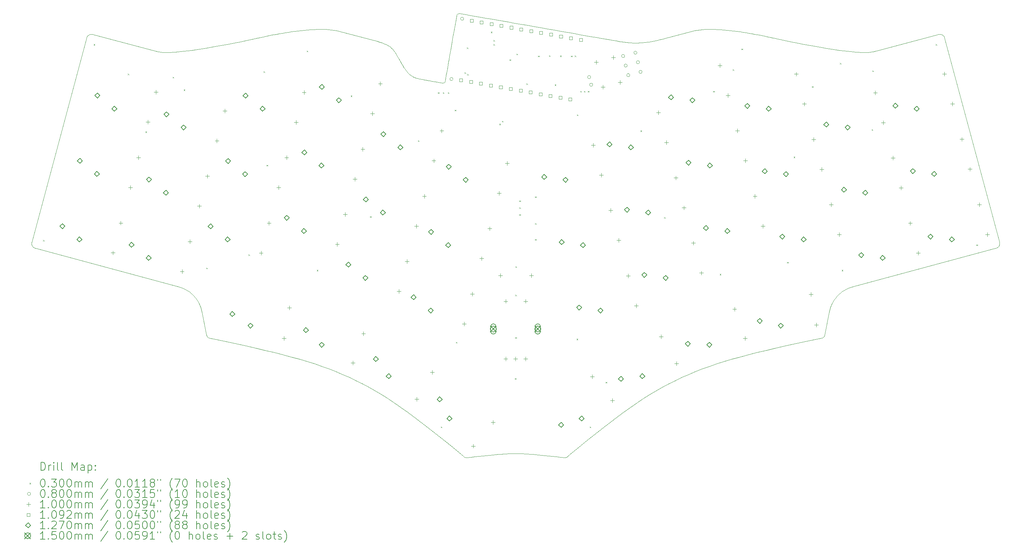
<source format=gbr>
%FSLAX45Y45*%
G04 Gerber Fmt 4.5, Leading zero omitted, Abs format (unit mm)*
G04 Created by KiCad (PCBNEW (6.0.0)) date 2023-08-21 19:05:25*
%MOMM*%
%LPD*%
G01*
G04 APERTURE LIST*
%ADD10C,0.100000*%
%TA.AperFunction,Profile*%
%ADD11C,0.100000*%
%TD*%
%ADD12C,0.200000*%
%ADD13C,0.030000*%
%ADD14C,0.080000*%
%ADD15C,0.109220*%
%ADD16C,0.127000*%
%ADD17C,0.150000*%
G04 APERTURE END LIST*
D10*
X12606000Y-6747000D02*
X12595899Y-6745230D01*
X12583807Y-6743111D01*
X12571908Y-6741026D01*
X12556372Y-6738304D01*
X12536715Y-6734859D01*
X12525189Y-6732840D01*
X12512452Y-6730608D01*
X12498441Y-6728153D01*
X12483097Y-6725464D01*
X12466359Y-6722531D01*
X12448167Y-6719343D01*
X12428459Y-6715890D01*
X12407176Y-6712161D01*
X12384256Y-6708144D01*
X12359639Y-6703831D01*
X12333264Y-6699209D01*
X12305072Y-6694269D01*
X12275000Y-6689000D01*
X11575000Y-6233000D02*
X11556953Y-6200893D01*
X11539869Y-6170345D01*
X11523642Y-6141300D01*
X11508169Y-6113699D01*
X11493345Y-6087486D01*
X11479066Y-6062602D01*
X11465228Y-6038990D01*
X11451726Y-6016594D01*
X11438457Y-5995354D01*
X11425315Y-5975214D01*
X11412198Y-5956117D01*
X11398999Y-5938004D01*
X11385615Y-5920818D01*
X11371943Y-5904502D01*
X11357876Y-5888999D01*
X11343312Y-5874250D01*
X11328146Y-5860198D01*
X11312274Y-5846787D01*
X11295591Y-5833957D01*
X11277993Y-5821652D01*
X11259376Y-5809815D01*
X11239636Y-5798387D01*
X11218667Y-5787312D01*
X11196367Y-5776531D01*
X11172631Y-5765988D01*
X11147354Y-5755624D01*
X11120432Y-5745383D01*
X11091761Y-5735207D01*
X11061236Y-5725038D01*
X11028754Y-5714819D01*
X10994210Y-5704492D01*
X10957500Y-5694000D01*
X16993000Y-5687000D02*
X17029934Y-5693582D01*
X17066341Y-5699817D01*
X17102286Y-5705682D01*
X17137834Y-5711158D01*
X17173051Y-5716225D01*
X17208000Y-5720862D01*
X17242748Y-5725049D01*
X17277359Y-5728766D01*
X17311899Y-5731991D01*
X17346431Y-5734706D01*
X17381022Y-5736890D01*
X17415736Y-5738521D01*
X17450639Y-5739581D01*
X17485794Y-5740048D01*
X17521268Y-5739903D01*
X17557125Y-5739125D01*
X17593430Y-5737693D01*
X17630249Y-5735588D01*
X17667646Y-5732789D01*
X17705686Y-5729275D01*
X17744434Y-5725027D01*
X17783955Y-5720024D01*
X17824315Y-5714246D01*
X17865578Y-5707672D01*
X17907809Y-5700282D01*
X17951074Y-5692056D01*
X17995437Y-5682973D01*
X18040963Y-5673014D01*
X18087717Y-5662157D01*
X18135765Y-5650382D01*
X18185171Y-5637670D01*
X18236000Y-5624000D01*
X22104500Y-13195000D02*
X21811846Y-13255910D01*
X21532917Y-13315132D01*
X21266966Y-13373030D01*
X21013244Y-13429967D01*
X20771005Y-13486305D01*
X20539500Y-13542407D01*
X20317982Y-13598638D01*
X20105703Y-13655359D01*
X19901916Y-13712935D01*
X19705873Y-13771727D01*
X19516827Y-13832100D01*
X19334029Y-13894416D01*
X19156733Y-13959038D01*
X18984190Y-14026330D01*
X18815653Y-14096655D01*
X18650375Y-14170375D01*
X18487607Y-14247854D01*
X18326603Y-14329455D01*
X18166614Y-14415541D01*
X18006893Y-14506475D01*
X17846692Y-14602620D01*
X17685263Y-14704339D01*
X17521860Y-14811996D01*
X17355734Y-14925953D01*
X17186138Y-15046574D01*
X17012324Y-15174221D01*
X16833545Y-15309259D01*
X16649053Y-15452049D01*
X16458100Y-15602955D01*
X16259938Y-15762340D01*
X16053821Y-15930567D01*
X15839000Y-16108000D01*
D11*
X26550000Y-10919000D02*
X22998000Y-11871000D01*
D10*
X13223000Y-16191000D02*
X13212674Y-16191298D01*
X13202405Y-16189482D01*
X13192041Y-16185704D01*
X13181428Y-16180119D01*
X13170412Y-16172879D01*
X13158842Y-16164138D01*
X13150744Y-16157553D01*
X13142286Y-16150413D01*
X13133422Y-16142766D01*
X13124107Y-16134655D01*
X13114295Y-16126127D01*
X13103941Y-16117227D01*
X13093000Y-16108000D01*
X13223000Y-16191000D02*
X13336306Y-16178467D01*
X13442718Y-16166742D01*
X13542696Y-16155826D01*
X13636699Y-16145719D01*
X13725187Y-16136420D01*
X13808620Y-16127930D01*
X13887456Y-16120248D01*
X13962156Y-16113375D01*
X14033180Y-16107310D01*
X14100986Y-16102055D01*
X14166034Y-16097607D01*
X14228785Y-16093969D01*
X14289697Y-16091139D01*
X14349231Y-16089117D01*
X14407845Y-16087904D01*
X14466000Y-16087500D01*
X14524155Y-16087904D01*
X14582769Y-16089117D01*
X14642302Y-16091139D01*
X14703215Y-16093969D01*
X14765965Y-16097607D01*
X14831014Y-16102055D01*
X14898820Y-16107310D01*
X14969844Y-16113375D01*
X15044544Y-16120248D01*
X15123380Y-16127930D01*
X15206813Y-16136420D01*
X15295301Y-16145719D01*
X15389304Y-16155826D01*
X15489282Y-16166742D01*
X15595694Y-16178467D01*
X15709000Y-16191000D01*
D11*
X6567000Y-12532000D02*
X6678000Y-13091000D01*
D10*
X22365000Y-12532000D02*
X22372503Y-12497127D01*
X22381118Y-12463196D01*
X22390811Y-12430203D01*
X22401551Y-12398146D01*
X22413306Y-12367024D01*
X22426044Y-12336832D01*
X22439734Y-12307570D01*
X22454344Y-12279234D01*
X22469841Y-12251823D01*
X22486194Y-12225334D01*
X22503371Y-12199764D01*
X22521340Y-12175111D01*
X22540069Y-12151373D01*
X22559527Y-12128548D01*
X22579681Y-12106633D01*
X22600500Y-12085625D01*
X22621952Y-12065522D01*
X22644004Y-12046323D01*
X22666626Y-12028024D01*
X22689785Y-12010623D01*
X22713449Y-11994118D01*
X22737587Y-11978506D01*
X22762167Y-11963785D01*
X22787156Y-11949953D01*
X22812523Y-11937007D01*
X22838237Y-11924945D01*
X22864264Y-11913764D01*
X22890574Y-11903463D01*
X22917134Y-11894038D01*
X22943913Y-11885487D01*
X22970879Y-11877809D01*
X22998000Y-11871000D01*
X22254000Y-13091000D02*
X22250250Y-13105824D01*
X22245751Y-13118889D01*
X22240503Y-13130333D01*
X22234508Y-13140297D01*
X22227765Y-13148919D01*
X22220276Y-13156338D01*
X22212042Y-13162694D01*
X22203063Y-13168125D01*
X22193339Y-13172771D01*
X22182872Y-13176771D01*
X22171662Y-13180265D01*
X22159711Y-13183391D01*
X22147018Y-13186288D01*
X22133585Y-13189096D01*
X22119412Y-13191953D01*
X22104500Y-13195000D01*
X6567000Y-12532000D02*
X6559496Y-12497127D01*
X6550882Y-12463196D01*
X6541189Y-12430203D01*
X6530449Y-12398146D01*
X6518694Y-12367024D01*
X6505955Y-12336832D01*
X6492266Y-12307570D01*
X6477656Y-12279234D01*
X6462159Y-12251823D01*
X6445806Y-12225334D01*
X6428629Y-12199764D01*
X6410660Y-12175111D01*
X6391931Y-12151373D01*
X6372473Y-12128548D01*
X6352319Y-12106633D01*
X6331500Y-12085625D01*
X6310048Y-12065522D01*
X6287996Y-12046323D01*
X6265374Y-12028024D01*
X6242215Y-12010623D01*
X6218550Y-11994118D01*
X6194412Y-11978506D01*
X6169833Y-11963785D01*
X6144844Y-11949953D01*
X6119476Y-11937007D01*
X6093763Y-11924945D01*
X6067736Y-11913764D01*
X6041426Y-11903463D01*
X6014865Y-11894038D01*
X5988086Y-11885487D01*
X5961121Y-11877809D01*
X5934000Y-11871000D01*
X15709000Y-16191000D02*
X15719326Y-16191298D01*
X15729595Y-16189482D01*
X15739959Y-16185704D01*
X15750572Y-16180119D01*
X15761587Y-16172879D01*
X15773158Y-16164138D01*
X15781256Y-16157553D01*
X15789714Y-16150413D01*
X15798578Y-16142766D01*
X15807893Y-16134655D01*
X15817705Y-16126127D01*
X15828059Y-16117227D01*
X15839000Y-16108000D01*
X25099500Y-5527000D02*
X25109671Y-5524658D01*
X25120755Y-5522938D01*
X25132572Y-5521920D01*
X25144945Y-5521688D01*
X25157696Y-5522322D01*
X25170647Y-5523906D01*
X25183620Y-5526521D01*
X25196437Y-5530250D01*
X25208920Y-5535174D01*
X25220892Y-5541375D01*
X25232173Y-5548936D01*
X25242586Y-5557938D01*
X25251953Y-5568463D01*
X25260097Y-5580594D01*
X25266838Y-5594412D01*
X25272000Y-5610000D01*
D11*
X25272000Y-5610000D02*
X26654000Y-10755000D01*
D10*
X26654000Y-10755000D02*
X26657347Y-10774156D01*
X26658514Y-10791906D01*
X26657685Y-10808297D01*
X26655047Y-10823375D01*
X26650786Y-10837188D01*
X26645088Y-10849781D01*
X26638139Y-10861203D01*
X26630125Y-10871500D01*
X26621232Y-10880719D01*
X26611646Y-10888906D01*
X26601554Y-10896109D01*
X26591141Y-10902375D01*
X26580592Y-10907750D01*
X26570096Y-10912281D01*
X26559836Y-10916016D01*
X26550000Y-10919000D01*
X2278000Y-10755000D02*
X2274653Y-10774156D01*
X2273486Y-10791906D01*
X2274315Y-10808297D01*
X2276953Y-10823375D01*
X2281214Y-10837188D01*
X2286912Y-10849781D01*
X2293861Y-10861203D01*
X2301875Y-10871500D01*
X2310768Y-10880719D01*
X2320354Y-10888906D01*
X2330446Y-10896109D01*
X2340859Y-10902375D01*
X2351407Y-10907750D01*
X2361904Y-10912281D01*
X2372164Y-10916016D01*
X2382000Y-10919000D01*
X3833000Y-5527000D02*
X3822740Y-5524658D01*
X3811580Y-5522938D01*
X3799696Y-5521920D01*
X3787266Y-5521688D01*
X3774466Y-5522322D01*
X3761475Y-5523906D01*
X3748468Y-5526521D01*
X3735625Y-5530250D01*
X3723121Y-5535174D01*
X3711135Y-5541375D01*
X3699842Y-5548936D01*
X3689422Y-5557938D01*
X3680050Y-5568463D01*
X3671904Y-5580594D01*
X3665162Y-5594412D01*
X3660000Y-5610000D01*
D11*
X3660000Y-5610000D02*
X2278000Y-10755000D01*
D10*
X6678000Y-13091000D02*
X6681750Y-13105824D01*
X6686249Y-13118889D01*
X6691497Y-13130333D01*
X6697492Y-13140297D01*
X6704235Y-13148919D01*
X6711724Y-13156338D01*
X6719958Y-13162694D01*
X6728937Y-13168125D01*
X6738661Y-13172771D01*
X6749128Y-13176771D01*
X6760337Y-13180265D01*
X6772289Y-13183391D01*
X6784982Y-13186288D01*
X6798415Y-13189096D01*
X6812588Y-13191953D01*
X6827500Y-13195000D01*
X10020000Y-5442500D02*
X9959751Y-5428868D01*
X9896026Y-5417792D01*
X9829141Y-5409140D01*
X9759412Y-5402782D01*
X9687154Y-5398587D01*
X9612682Y-5396422D01*
X9536312Y-5396158D01*
X9458359Y-5397664D01*
X9379140Y-5400808D01*
X9298969Y-5405460D01*
X9218161Y-5411487D01*
X9137033Y-5418761D01*
X9055900Y-5427148D01*
X8975077Y-5436519D01*
X8894881Y-5446743D01*
X8815625Y-5457688D01*
X8737626Y-5469223D01*
X8661200Y-5481217D01*
X8586661Y-5493540D01*
X8514326Y-5506060D01*
X8444510Y-5518646D01*
X8377527Y-5531167D01*
X8313695Y-5543493D01*
X8253328Y-5555492D01*
X8196742Y-5567033D01*
X8144252Y-5577986D01*
X8096173Y-5588219D01*
X8052822Y-5597600D01*
X8014514Y-5606001D01*
X7981564Y-5613288D01*
X7954287Y-5619331D01*
X7933000Y-5624000D01*
D11*
X5395000Y-5945000D02*
X3833000Y-5527000D01*
D10*
X7933000Y-5624000D02*
X7732923Y-5666006D01*
X7544118Y-5704729D01*
X7366236Y-5740292D01*
X7198929Y-5772816D01*
X7041849Y-5802424D01*
X6894648Y-5829238D01*
X6756978Y-5853379D01*
X6628492Y-5874969D01*
X6508841Y-5894130D01*
X6397677Y-5910985D01*
X6294652Y-5925655D01*
X6199419Y-5938262D01*
X6111629Y-5948928D01*
X6030934Y-5957775D01*
X5956986Y-5964925D01*
X5889437Y-5970500D01*
X5827940Y-5974622D01*
X5772146Y-5977412D01*
X5721708Y-5978994D01*
X5676276Y-5979488D01*
X5635504Y-5979017D01*
X5599043Y-5977703D01*
X5566546Y-5975667D01*
X5537664Y-5973031D01*
X5512049Y-5969918D01*
X5489354Y-5966450D01*
X5469230Y-5962747D01*
X5451329Y-5958933D01*
X5435304Y-5955130D01*
X5420806Y-5951458D01*
X5407487Y-5948041D01*
X5395000Y-5945000D01*
X18912500Y-5442500D02*
X18972749Y-5428868D01*
X19036474Y-5417792D01*
X19103359Y-5409140D01*
X19173088Y-5402782D01*
X19245346Y-5398587D01*
X19319818Y-5396422D01*
X19396188Y-5396158D01*
X19474141Y-5397664D01*
X19553360Y-5400808D01*
X19633531Y-5405460D01*
X19714339Y-5411487D01*
X19795467Y-5418761D01*
X19876600Y-5427148D01*
X19957423Y-5436519D01*
X20037619Y-5446743D01*
X20116875Y-5457688D01*
X20194874Y-5469223D01*
X20271300Y-5481217D01*
X20345839Y-5493540D01*
X20418174Y-5506060D01*
X20487990Y-5518646D01*
X20554972Y-5531167D01*
X20618805Y-5543493D01*
X20679172Y-5555492D01*
X20735758Y-5567033D01*
X20788248Y-5577986D01*
X20836327Y-5588219D01*
X20879678Y-5597600D01*
X20917986Y-5606001D01*
X20950936Y-5613288D01*
X20978213Y-5619331D01*
X20999500Y-5624000D01*
D11*
X23537500Y-5945000D02*
X25099500Y-5527000D01*
D10*
X20999500Y-5624000D02*
X21199555Y-5666006D01*
X21388300Y-5704729D01*
X21566085Y-5740292D01*
X21733264Y-5772816D01*
X21890188Y-5802424D01*
X22037209Y-5829238D01*
X22174680Y-5853379D01*
X22302953Y-5874969D01*
X22422380Y-5894130D01*
X22533312Y-5910985D01*
X22636103Y-5925655D01*
X22731103Y-5938262D01*
X22818666Y-5948928D01*
X22899144Y-5957775D01*
X22972888Y-5964925D01*
X23040250Y-5970500D01*
X23101583Y-5974622D01*
X23157239Y-5977412D01*
X23207570Y-5978994D01*
X23252928Y-5979488D01*
X23293665Y-5979017D01*
X23330133Y-5977703D01*
X23362685Y-5975667D01*
X23391672Y-5973031D01*
X23417447Y-5969918D01*
X23440361Y-5966450D01*
X23460767Y-5962747D01*
X23479017Y-5958933D01*
X23495464Y-5955130D01*
X23510458Y-5951458D01*
X23524353Y-5948041D01*
X23537500Y-5945000D01*
D11*
X18912500Y-5442500D02*
X18236000Y-5624000D01*
D10*
X11575000Y-6233000D02*
X11596531Y-6269569D01*
X11617303Y-6303775D01*
X11637394Y-6335711D01*
X11656881Y-6365469D01*
X11675843Y-6393140D01*
X11694358Y-6418818D01*
X11712504Y-6442595D01*
X11730359Y-6464562D01*
X11748002Y-6484813D01*
X11765511Y-6503439D01*
X11782964Y-6520533D01*
X11800439Y-6536187D01*
X11818015Y-6550494D01*
X11835769Y-6563545D01*
X11853779Y-6575433D01*
X11872125Y-6586250D01*
X11890884Y-6596089D01*
X11910133Y-6605041D01*
X11929953Y-6613199D01*
X11950420Y-6620656D01*
X11971613Y-6627504D01*
X11993610Y-6633834D01*
X12016489Y-6639739D01*
X12040328Y-6645312D01*
X12065206Y-6650645D01*
X12091201Y-6655830D01*
X12118391Y-6660959D01*
X12146853Y-6666125D01*
X12176668Y-6671420D01*
X12207911Y-6676935D01*
X12240663Y-6682765D01*
X12275000Y-6689000D01*
X6827500Y-13195000D02*
X7120154Y-13255910D01*
X7399083Y-13315132D01*
X7665034Y-13373030D01*
X7918756Y-13429967D01*
X8160995Y-13486305D01*
X8392500Y-13542407D01*
X8614018Y-13598638D01*
X8826297Y-13655359D01*
X9030084Y-13712935D01*
X9226127Y-13771727D01*
X9415173Y-13832100D01*
X9597971Y-13894416D01*
X9775267Y-13959038D01*
X9947810Y-14026330D01*
X10116347Y-14096655D01*
X10281625Y-14170375D01*
X10444393Y-14247854D01*
X10605397Y-14329455D01*
X10765386Y-14415541D01*
X10925107Y-14506475D01*
X11085308Y-14602620D01*
X11246736Y-14704339D01*
X11410140Y-14811996D01*
X11576266Y-14925953D01*
X11745862Y-15046574D01*
X11919675Y-15174221D01*
X12098455Y-15309259D01*
X12282947Y-15452049D01*
X12473900Y-15602955D01*
X12672062Y-15762340D01*
X12878179Y-15930567D01*
X13093000Y-16108000D01*
X16993000Y-5687000D02*
X16919035Y-5674295D01*
X16831523Y-5659180D01*
X16731505Y-5641838D01*
X16620025Y-5622455D01*
X16498125Y-5601215D01*
X16366847Y-5578303D01*
X16227234Y-5553905D01*
X16080328Y-5528203D01*
X15927171Y-5501384D01*
X15768807Y-5473632D01*
X15606276Y-5445132D01*
X15440623Y-5416068D01*
X15272889Y-5386626D01*
X15104116Y-5356990D01*
X14935347Y-5327345D01*
X14767625Y-5297875D01*
X14601992Y-5268766D01*
X14439489Y-5240201D01*
X14281161Y-5212367D01*
X14128049Y-5185447D01*
X13981195Y-5159627D01*
X13841642Y-5135091D01*
X13710433Y-5112023D01*
X13588609Y-5090609D01*
X13477214Y-5071034D01*
X13377289Y-5053482D01*
X13289878Y-5038137D01*
X13216021Y-5025186D01*
X13156763Y-5014811D01*
X13113145Y-5007199D01*
X13086210Y-5002534D01*
X13077000Y-5001000D01*
X12606000Y-6747000D02*
X12620201Y-6749027D01*
X12633017Y-6749507D01*
X12644489Y-6748474D01*
X12654656Y-6745963D01*
X12666250Y-6740375D01*
X12675687Y-6732303D01*
X12683062Y-6721828D01*
X12687297Y-6712445D01*
X12690463Y-6701791D01*
X12692000Y-6694000D01*
D11*
X22365000Y-12532000D02*
X22254000Y-13091000D01*
X2382000Y-10919000D02*
X5934000Y-11871000D01*
X10020000Y-5442500D02*
X10957500Y-5694000D01*
D10*
X12980000Y-5050000D02*
X12953835Y-5199359D01*
X12929305Y-5339386D01*
X12906356Y-5470382D01*
X12884937Y-5592648D01*
X12864995Y-5706486D01*
X12846476Y-5812196D01*
X12829329Y-5910080D01*
X12813500Y-6000437D01*
X12798936Y-6083571D01*
X12785586Y-6159780D01*
X12773395Y-6229367D01*
X12762312Y-6292633D01*
X12752284Y-6349878D01*
X12743258Y-6401403D01*
X12735181Y-6447510D01*
X12728000Y-6488500D01*
X12721663Y-6524673D01*
X12716117Y-6556331D01*
X12711309Y-6583774D01*
X12707187Y-6607305D01*
X12703698Y-6627222D01*
X12700789Y-6643829D01*
X12698407Y-6657425D01*
X12696500Y-6668312D01*
X12693898Y-6683163D01*
X12692070Y-6693599D01*
X12692000Y-6694000D01*
X13077000Y-5001000D02*
X13066757Y-4999631D01*
X13055908Y-4999009D01*
X13044747Y-4999304D01*
X13033564Y-5000684D01*
X13022652Y-5003315D01*
X13012301Y-5007368D01*
X13002805Y-5013009D01*
X12994453Y-5020406D01*
X12987539Y-5029729D01*
X12982353Y-5041144D01*
X12980000Y-5050000D01*
D12*
D13*
X2563000Y-10704000D02*
X2593000Y-10734000D01*
X2593000Y-10704000D02*
X2563000Y-10734000D01*
X3837000Y-5770000D02*
X3867000Y-5800000D01*
X3867000Y-5770000D02*
X3837000Y-5800000D01*
X4695000Y-6515000D02*
X4725000Y-6545000D01*
X4725000Y-6515000D02*
X4695000Y-6545000D01*
X5140000Y-7973000D02*
X5170000Y-8003000D01*
X5170000Y-7973000D02*
X5140000Y-8003000D01*
X5825000Y-6595000D02*
X5855000Y-6625000D01*
X5855000Y-6595000D02*
X5825000Y-6625000D01*
X6105000Y-6915000D02*
X6135000Y-6945000D01*
X6135000Y-6915000D02*
X6105000Y-6945000D01*
X6675000Y-11405000D02*
X6705000Y-11435000D01*
X6705000Y-11405000D02*
X6675000Y-11435000D01*
X7736000Y-11068000D02*
X7766000Y-11098000D01*
X7766000Y-11068000D02*
X7736000Y-11098000D01*
X8115000Y-6455000D02*
X8145000Y-6485000D01*
X8145000Y-6455000D02*
X8115000Y-6485000D01*
X8194000Y-8812000D02*
X8224000Y-8842000D01*
X8224000Y-8812000D02*
X8194000Y-8842000D01*
X9205000Y-5935000D02*
X9235000Y-5965000D01*
X9235000Y-5935000D02*
X9205000Y-5965000D01*
X9460000Y-11460000D02*
X9490000Y-11490000D01*
X9490000Y-11460000D02*
X9460000Y-11490000D01*
X10315000Y-7065000D02*
X10345000Y-7095000D01*
X10345000Y-7065000D02*
X10315000Y-7095000D01*
X10802000Y-10110000D02*
X10832000Y-10140000D01*
X10832000Y-10110000D02*
X10802000Y-10140000D01*
X12006000Y-8197000D02*
X12036000Y-8227000D01*
X12036000Y-8197000D02*
X12006000Y-8227000D01*
X12510000Y-6985000D02*
X12540000Y-7015000D01*
X12540000Y-6985000D02*
X12510000Y-7015000D01*
X12585000Y-15410000D02*
X12615000Y-15440000D01*
X12615000Y-15410000D02*
X12585000Y-15440000D01*
X12635000Y-6985000D02*
X12665000Y-7015000D01*
X12665000Y-6985000D02*
X12635000Y-7015000D01*
X12760000Y-6985000D02*
X12790000Y-7015000D01*
X12790000Y-6985000D02*
X12760000Y-7015000D01*
X12936000Y-7426000D02*
X12966000Y-7456000D01*
X12966000Y-7426000D02*
X12936000Y-7456000D01*
X12965000Y-13275000D02*
X12995000Y-13305000D01*
X12995000Y-13275000D02*
X12965000Y-13305000D01*
X13181892Y-6483087D02*
X13211892Y-6513087D01*
X13211892Y-6483087D02*
X13181892Y-6513087D01*
X13240000Y-5855000D02*
X13270000Y-5885000D01*
X13270000Y-5855000D02*
X13240000Y-5885000D01*
X13250021Y-6525021D02*
X13280021Y-6555021D01*
X13280021Y-6525021D02*
X13250021Y-6555021D01*
X13845000Y-5455000D02*
X13875000Y-5485000D01*
X13875000Y-5455000D02*
X13845000Y-5485000D01*
X13910000Y-5670000D02*
X13940000Y-5700000D01*
X13940000Y-5670000D02*
X13910000Y-5700000D01*
X13910000Y-5770000D02*
X13940000Y-5800000D01*
X13940000Y-5770000D02*
X13910000Y-5800000D01*
X14055000Y-7775000D02*
X14085000Y-7805000D01*
X14085000Y-7775000D02*
X14055000Y-7805000D01*
X14125000Y-7705000D02*
X14155000Y-7735000D01*
X14155000Y-7705000D02*
X14125000Y-7735000D01*
X14315000Y-6155000D02*
X14345000Y-6185000D01*
X14345000Y-6155000D02*
X14315000Y-6185000D01*
X14450000Y-14192000D02*
X14480000Y-14222000D01*
X14480000Y-14192000D02*
X14450000Y-14222000D01*
X14457000Y-13158000D02*
X14487000Y-13188000D01*
X14487000Y-13158000D02*
X14457000Y-13188000D01*
X14459000Y-12087000D02*
X14489000Y-12117000D01*
X14489000Y-12087000D02*
X14459000Y-12117000D01*
X14463000Y-11372000D02*
X14493000Y-11402000D01*
X14493000Y-11372000D02*
X14463000Y-11402000D01*
X14490000Y-6010000D02*
X14520000Y-6040000D01*
X14520000Y-6010000D02*
X14490000Y-6040000D01*
X14560000Y-9710000D02*
X14590000Y-9740000D01*
X14590000Y-9710000D02*
X14560000Y-9740000D01*
X14560000Y-9885000D02*
X14590000Y-9915000D01*
X14590000Y-9885000D02*
X14560000Y-9915000D01*
X14560000Y-10060000D02*
X14590000Y-10090000D01*
X14590000Y-10060000D02*
X14560000Y-10090000D01*
X14740000Y-6760000D02*
X14770000Y-6790000D01*
X14770000Y-6760000D02*
X14740000Y-6790000D01*
X14960000Y-9610000D02*
X14990000Y-9640000D01*
X14990000Y-9610000D02*
X14960000Y-9640000D01*
X14960000Y-10285000D02*
X14990000Y-10315000D01*
X14990000Y-10285000D02*
X14960000Y-10315000D01*
X14960000Y-10685000D02*
X14990000Y-10715000D01*
X14990000Y-10685000D02*
X14960000Y-10715000D01*
X15035000Y-6063000D02*
X15065000Y-6093000D01*
X15065000Y-6063000D02*
X15035000Y-6093000D01*
X15311000Y-6055000D02*
X15341000Y-6085000D01*
X15341000Y-6055000D02*
X15311000Y-6085000D01*
X15455000Y-6785000D02*
X15485000Y-6815000D01*
X15485000Y-6785000D02*
X15455000Y-6815000D01*
X15587000Y-6057000D02*
X15617000Y-6087000D01*
X15617000Y-6057000D02*
X15587000Y-6087000D01*
X15863000Y-6061000D02*
X15893000Y-6091000D01*
X15893000Y-6061000D02*
X15863000Y-6091000D01*
X15955000Y-6060000D02*
X15985000Y-6090000D01*
X15985000Y-6060000D02*
X15955000Y-6090000D01*
X16005000Y-13195000D02*
X16035000Y-13225000D01*
X16035000Y-13195000D02*
X16005000Y-13225000D01*
X16014000Y-7542000D02*
X16044000Y-7572000D01*
X16044000Y-7542000D02*
X16014000Y-7572000D01*
X16095000Y-6952500D02*
X16125000Y-6982500D01*
X16125000Y-6952500D02*
X16095000Y-6982500D01*
X16190000Y-6952500D02*
X16220000Y-6982500D01*
X16220000Y-6952500D02*
X16190000Y-6982500D01*
X16285000Y-6952500D02*
X16315000Y-6982500D01*
X16315000Y-6952500D02*
X16285000Y-6982500D01*
X16335000Y-15410000D02*
X16365000Y-15440000D01*
X16365000Y-15410000D02*
X16335000Y-15440000D01*
X16735000Y-14285000D02*
X16765000Y-14315000D01*
X16765000Y-14285000D02*
X16735000Y-14315000D01*
X17614000Y-7945000D02*
X17644000Y-7975000D01*
X17644000Y-7945000D02*
X17614000Y-7975000D01*
X18208000Y-10129000D02*
X18238000Y-10159000D01*
X18238000Y-10129000D02*
X18208000Y-10159000D01*
X19447000Y-6951000D02*
X19477000Y-6981000D01*
X19477000Y-6951000D02*
X19447000Y-6981000D01*
X19610000Y-11560000D02*
X19640000Y-11590000D01*
X19640000Y-11560000D02*
X19610000Y-11590000D01*
X19935000Y-6405000D02*
X19965000Y-6435000D01*
X19965000Y-6405000D02*
X19935000Y-6435000D01*
X20155000Y-5885000D02*
X20185000Y-5915000D01*
X20185000Y-5885000D02*
X20155000Y-5915000D01*
X21310000Y-11260000D02*
X21340000Y-11290000D01*
X21340000Y-11260000D02*
X21310000Y-11290000D01*
X21473000Y-8605000D02*
X21503000Y-8635000D01*
X21503000Y-8605000D02*
X21473000Y-8635000D01*
X21933000Y-6831000D02*
X21963000Y-6861000D01*
X21963000Y-6831000D02*
X21933000Y-6861000D01*
X22635000Y-6245000D02*
X22665000Y-6275000D01*
X22665000Y-6245000D02*
X22635000Y-6275000D01*
X22685000Y-11460000D02*
X22715000Y-11490000D01*
X22715000Y-11460000D02*
X22685000Y-11490000D01*
X23439000Y-7916000D02*
X23469000Y-7946000D01*
X23469000Y-7916000D02*
X23439000Y-7946000D01*
X23455000Y-6435000D02*
X23485000Y-6465000D01*
X23485000Y-6435000D02*
X23455000Y-6465000D01*
X25048000Y-5770000D02*
X25078000Y-5800000D01*
X25078000Y-5770000D02*
X25048000Y-5800000D01*
X26073000Y-10819000D02*
X26103000Y-10849000D01*
X26103000Y-10819000D02*
X26073000Y-10849000D01*
D14*
X12890000Y-6650000D02*
G75*
G03*
X12890000Y-6650000I-40000J0D01*
G01*
X13160000Y-5130000D02*
G75*
G03*
X13160000Y-5130000I-40000J0D01*
G01*
X16359000Y-6602000D02*
G75*
G03*
X16359000Y-6602000I-40000J0D01*
G01*
X16410764Y-6795185D02*
G75*
G03*
X16410764Y-6795185I-40000J0D01*
G01*
X17215591Y-6069537D02*
G75*
G03*
X17215591Y-6069537I-40000J0D01*
G01*
X17280295Y-6311018D02*
G75*
G03*
X17280295Y-6311018I-40000J0D01*
G01*
X17345000Y-6552500D02*
G75*
G03*
X17345000Y-6552500I-40000J0D01*
G01*
X17524687Y-5986715D02*
G75*
G03*
X17524687Y-5986715I-40000J0D01*
G01*
X17589392Y-6228196D02*
G75*
G03*
X17589392Y-6228196I-40000J0D01*
G01*
X17654096Y-6469678D02*
G75*
G03*
X17654096Y-6469678I-40000J0D01*
G01*
D10*
X4318966Y-10980069D02*
X4318966Y-11080069D01*
X4268966Y-11030069D02*
X4368966Y-11030069D01*
X4520845Y-10226647D02*
X4520845Y-10326647D01*
X4470845Y-10276647D02*
X4570845Y-10276647D01*
X4760348Y-9331264D02*
X4760348Y-9431264D01*
X4710348Y-9381264D02*
X4810348Y-9381264D01*
X4962227Y-8577842D02*
X4962227Y-8677842D01*
X4912227Y-8627842D02*
X5012227Y-8627842D01*
X5200473Y-7685360D02*
X5200473Y-7785360D01*
X5150473Y-7735360D02*
X5250473Y-7735360D01*
X5402352Y-6931938D02*
X5402352Y-7031938D01*
X5352352Y-6981938D02*
X5452352Y-6981938D01*
X6061837Y-11447750D02*
X6061837Y-11547750D01*
X6011837Y-11497750D02*
X6111837Y-11497750D01*
X6263716Y-10694328D02*
X6263716Y-10794328D01*
X6213716Y-10744328D02*
X6313716Y-10744328D01*
X6498886Y-9802581D02*
X6498886Y-9902581D01*
X6448886Y-9852581D02*
X6548886Y-9852581D01*
X6700765Y-9049159D02*
X6700765Y-9149159D01*
X6650765Y-9099159D02*
X6750765Y-9099159D01*
X6941999Y-8156939D02*
X6941999Y-8256939D01*
X6891999Y-8206939D02*
X6991999Y-8206939D01*
X7143878Y-7403516D02*
X7143878Y-7503516D01*
X7093878Y-7453516D02*
X7193878Y-7453516D01*
X8052052Y-10981434D02*
X8052052Y-11081434D01*
X8002052Y-11031434D02*
X8102052Y-11031434D01*
X8253931Y-10228012D02*
X8253931Y-10328012D01*
X8203931Y-10278012D02*
X8303931Y-10278012D01*
X8493348Y-9333625D02*
X8493348Y-9433625D01*
X8443348Y-9383625D02*
X8543348Y-9383625D01*
X8632277Y-13134075D02*
X8632277Y-13234075D01*
X8582277Y-13184075D02*
X8682277Y-13184075D01*
X8695227Y-8580203D02*
X8695227Y-8680203D01*
X8645227Y-8630203D02*
X8745227Y-8630203D01*
X8767723Y-12365925D02*
X8767723Y-12465925D01*
X8717723Y-12415925D02*
X8817723Y-12415925D01*
X8933385Y-7688718D02*
X8933385Y-7788718D01*
X8883385Y-7738718D02*
X8983385Y-7738718D01*
X9135264Y-6935295D02*
X9135264Y-7035295D01*
X9085264Y-6985295D02*
X9185264Y-6985295D01*
X9972793Y-10767223D02*
X9972793Y-10867223D01*
X9922793Y-10817223D02*
X10022793Y-10817223D01*
X10174672Y-10013800D02*
X10174672Y-10113800D01*
X10124672Y-10063800D02*
X10224672Y-10063800D01*
X10366612Y-13751403D02*
X10366612Y-13851403D01*
X10316612Y-13801403D02*
X10416612Y-13801403D01*
X10414712Y-9118464D02*
X10414712Y-9218464D01*
X10364712Y-9168464D02*
X10464712Y-9168464D01*
X10616590Y-8365042D02*
X10616590Y-8465042D01*
X10566590Y-8415042D02*
X10666590Y-8415042D01*
X10633388Y-13018443D02*
X10633388Y-13118443D01*
X10583388Y-13068443D02*
X10683388Y-13068443D01*
X10855011Y-7470568D02*
X10855011Y-7570568D01*
X10805011Y-7520568D02*
X10905011Y-7520568D01*
X11056890Y-6717146D02*
X11056890Y-6817146D01*
X11006890Y-6767146D02*
X11106890Y-6767146D01*
X11525044Y-11947803D02*
X11525044Y-12047803D01*
X11475044Y-11997803D02*
X11575044Y-11997803D01*
X11726922Y-11194380D02*
X11726922Y-11294380D01*
X11676922Y-11244380D02*
X11776922Y-11244380D01*
X11964907Y-10304887D02*
X11964907Y-10404887D01*
X11914907Y-10354887D02*
X12014907Y-10354887D01*
X11975000Y-14666506D02*
X11975000Y-14766506D01*
X11925000Y-14716506D02*
X12025000Y-14716506D01*
X12166786Y-9551465D02*
X12166786Y-9651465D01*
X12116786Y-9601465D02*
X12216786Y-9601465D01*
X12365000Y-13991006D02*
X12365000Y-14091006D01*
X12315000Y-14041006D02*
X12415000Y-14041006D01*
X12403948Y-8659893D02*
X12403948Y-8759893D01*
X12353948Y-8709893D02*
X12453948Y-8709893D01*
X12605827Y-7906470D02*
X12605827Y-8006470D01*
X12555827Y-7956470D02*
X12655827Y-7956470D01*
X13169619Y-12770267D02*
X13169619Y-12870267D01*
X13119619Y-12820267D02*
X13219619Y-12820267D01*
X13371498Y-12016844D02*
X13371498Y-12116844D01*
X13321498Y-12066844D02*
X13421498Y-12066844D01*
X13399313Y-15848757D02*
X13399313Y-15948757D01*
X13349313Y-15898757D02*
X13449313Y-15898757D01*
X13609831Y-11123367D02*
X13609831Y-11223367D01*
X13559831Y-11173367D02*
X13659831Y-11173367D01*
X13811710Y-10369944D02*
X13811710Y-10469944D01*
X13761710Y-10419944D02*
X13861710Y-10419944D01*
X13900687Y-15251243D02*
X13900687Y-15351243D01*
X13850687Y-15301243D02*
X13950687Y-15301243D01*
X14050952Y-9477550D02*
X14050952Y-9577550D01*
X14000952Y-9527550D02*
X14100952Y-9527550D01*
X14085000Y-11550000D02*
X14085000Y-11650000D01*
X14035000Y-11600000D02*
X14135000Y-11600000D01*
X14216000Y-12200000D02*
X14216000Y-12300000D01*
X14166000Y-12250000D02*
X14266000Y-12250000D01*
X14216000Y-13650000D02*
X14216000Y-13750000D01*
X14166000Y-13700000D02*
X14266000Y-13700000D01*
X14252831Y-8724128D02*
X14252831Y-8824128D01*
X14202831Y-8774128D02*
X14302831Y-8774128D01*
X14466000Y-13650000D02*
X14466000Y-13750000D01*
X14416000Y-13700000D02*
X14516000Y-13700000D01*
X14716000Y-12200000D02*
X14716000Y-12300000D01*
X14666000Y-12250000D02*
X14766000Y-12250000D01*
X14716000Y-13650000D02*
X14716000Y-13750000D01*
X14666000Y-13700000D02*
X14766000Y-13700000D01*
X14865000Y-11550000D02*
X14865000Y-11650000D01*
X14815000Y-11600000D02*
X14915000Y-11600000D01*
X16398626Y-14102485D02*
X16398626Y-14202485D01*
X16348626Y-14152485D02*
X16448626Y-14152485D01*
X16419357Y-8264120D02*
X16419357Y-8364120D01*
X16369357Y-8314120D02*
X16469357Y-8314120D01*
X16495333Y-6173969D02*
X16495333Y-6273969D01*
X16445333Y-6223969D02*
X16545333Y-6223969D01*
X16621236Y-9017542D02*
X16621236Y-9117542D01*
X16571236Y-9067542D02*
X16671236Y-9067542D01*
X16663566Y-6801820D02*
X16663566Y-6901820D01*
X16613566Y-6851820D02*
X16713566Y-6851820D01*
X16860478Y-9909936D02*
X16860478Y-10009936D01*
X16810478Y-9959936D02*
X16910478Y-9959936D01*
X16900000Y-14700000D02*
X16900000Y-14800000D01*
X16850000Y-14750000D02*
X16950000Y-14750000D01*
X16930000Y-6057500D02*
X16930000Y-6157500D01*
X16880000Y-6107500D02*
X16980000Y-6107500D01*
X17062357Y-10663358D02*
X17062357Y-10763358D01*
X17012357Y-10713358D02*
X17112357Y-10713358D01*
X17098232Y-6685352D02*
X17098232Y-6785352D01*
X17048232Y-6735352D02*
X17148232Y-6735352D01*
X17301061Y-11557289D02*
X17301061Y-11657289D01*
X17251061Y-11607289D02*
X17351061Y-11607289D01*
X17502939Y-12310711D02*
X17502939Y-12410711D01*
X17452939Y-12360711D02*
X17552939Y-12360711D01*
X18066361Y-7446462D02*
X18066361Y-7546462D01*
X18016361Y-7496462D02*
X18116361Y-7496462D01*
X18130000Y-13095744D02*
X18130000Y-13195744D01*
X18080000Y-13145744D02*
X18180000Y-13145744D01*
X18268239Y-8199884D02*
X18268239Y-8299884D01*
X18218239Y-8249884D02*
X18318239Y-8249884D01*
X18505402Y-9091457D02*
X18505402Y-9191457D01*
X18455402Y-9141457D02*
X18555402Y-9141457D01*
X18520000Y-13771243D02*
X18520000Y-13871243D01*
X18470000Y-13821243D02*
X18570000Y-13821243D01*
X18707281Y-9844879D02*
X18707281Y-9944879D01*
X18657281Y-9894879D02*
X18757281Y-9894879D01*
X18945265Y-10734372D02*
X18945265Y-10834372D01*
X18895265Y-10784372D02*
X18995265Y-10784372D01*
X19147144Y-11487794D02*
X19147144Y-11587794D01*
X19097144Y-11537794D02*
X19197144Y-11537794D01*
X19615298Y-6257138D02*
X19615298Y-6357138D01*
X19565298Y-6307138D02*
X19665298Y-6307138D01*
X19817177Y-7010560D02*
X19817177Y-7110560D01*
X19767177Y-7060560D02*
X19867177Y-7060560D01*
X19981107Y-12398597D02*
X19981107Y-12498597D01*
X19931107Y-12448597D02*
X20031107Y-12448597D01*
X20055597Y-7905034D02*
X20055597Y-8005034D01*
X20005597Y-7955034D02*
X20105597Y-7955034D01*
X20247883Y-13131557D02*
X20247883Y-13231557D01*
X20197883Y-13181557D02*
X20297883Y-13181557D01*
X20257476Y-8658456D02*
X20257476Y-8758456D01*
X20207476Y-8708456D02*
X20307476Y-8708456D01*
X20496980Y-9553839D02*
X20496980Y-9653839D01*
X20446980Y-9603839D02*
X20546980Y-9603839D01*
X20698859Y-10307261D02*
X20698859Y-10407261D01*
X20648859Y-10357261D02*
X20748859Y-10357261D01*
X21536924Y-6475287D02*
X21536924Y-6575287D01*
X21486924Y-6525287D02*
X21586924Y-6525287D01*
X21738803Y-7228709D02*
X21738803Y-7328709D01*
X21688803Y-7278709D02*
X21788803Y-7278709D01*
X21907967Y-12028052D02*
X21907967Y-12128052D01*
X21857967Y-12078052D02*
X21957967Y-12078052D01*
X21976961Y-8120195D02*
X21976961Y-8220195D01*
X21926961Y-8170195D02*
X22026961Y-8170195D01*
X22043412Y-12796202D02*
X22043412Y-12896202D01*
X21993412Y-12846202D02*
X22093412Y-12846202D01*
X22178840Y-8873617D02*
X22178840Y-8973617D01*
X22128840Y-8923617D02*
X22228840Y-8923617D01*
X22418256Y-9768004D02*
X22418256Y-9868004D01*
X22368257Y-9818004D02*
X22468256Y-9818004D01*
X22620135Y-10521426D02*
X22620135Y-10621426D01*
X22570135Y-10571426D02*
X22670135Y-10571426D01*
X23528310Y-6943508D02*
X23528310Y-7043508D01*
X23478310Y-6993508D02*
X23578310Y-6993508D01*
X23730188Y-7696930D02*
X23730188Y-7796930D01*
X23680188Y-7746930D02*
X23780188Y-7746930D01*
X23971423Y-8589151D02*
X23971423Y-8689151D01*
X23921423Y-8639151D02*
X24021423Y-8639151D01*
X24173302Y-9342573D02*
X24173302Y-9442573D01*
X24123302Y-9392573D02*
X24223302Y-9392573D01*
X24408472Y-10234320D02*
X24408472Y-10334320D01*
X24358472Y-10284320D02*
X24458472Y-10284320D01*
X24610351Y-10987742D02*
X24610351Y-11087742D01*
X24560351Y-11037742D02*
X24660351Y-11037742D01*
X25269836Y-6471930D02*
X25269836Y-6571930D01*
X25219836Y-6521930D02*
X25319836Y-6521930D01*
X25471715Y-7225352D02*
X25471715Y-7325352D01*
X25421715Y-7275352D02*
X25521715Y-7275352D01*
X25709961Y-8117833D02*
X25709961Y-8217833D01*
X25659961Y-8167833D02*
X25759961Y-8167833D01*
X25911839Y-8871256D02*
X25911839Y-8971256D01*
X25861839Y-8921256D02*
X25961839Y-8921256D01*
X26151343Y-9766639D02*
X26151343Y-9866639D01*
X26101343Y-9816639D02*
X26201343Y-9816639D01*
X26353222Y-10520061D02*
X26353222Y-10620061D01*
X26303222Y-10570061D02*
X26403222Y-10570061D01*
D15*
X13130519Y-6716452D02*
X13130519Y-6639221D01*
X13053288Y-6639221D01*
X13053288Y-6716452D01*
X13130519Y-6716452D01*
X13380660Y-6760559D02*
X13380660Y-6683328D01*
X13303429Y-6683328D01*
X13303429Y-6760559D01*
X13380660Y-6760559D01*
X13395159Y-5215606D02*
X13395159Y-5138375D01*
X13317928Y-5138375D01*
X13317928Y-5215606D01*
X13395159Y-5215606D01*
X13630801Y-6804666D02*
X13630801Y-6727435D01*
X13553570Y-6727435D01*
X13553570Y-6804666D01*
X13630801Y-6804666D01*
X13645300Y-5259712D02*
X13645300Y-5182481D01*
X13568069Y-5182481D01*
X13568069Y-5259712D01*
X13645300Y-5259712D01*
X13880943Y-6848772D02*
X13880943Y-6771541D01*
X13803712Y-6771541D01*
X13803712Y-6848772D01*
X13880943Y-6848772D01*
X13895441Y-5303819D02*
X13895441Y-5226588D01*
X13818210Y-5226588D01*
X13818210Y-5303819D01*
X13895441Y-5303819D01*
X14131084Y-6892879D02*
X14131084Y-6815648D01*
X14053853Y-6815648D01*
X14053853Y-6892879D01*
X14131084Y-6892879D01*
X14145582Y-5347925D02*
X14145582Y-5270694D01*
X14068351Y-5270694D01*
X14068351Y-5347925D01*
X14145582Y-5347925D01*
X14381225Y-6936986D02*
X14381225Y-6859755D01*
X14303994Y-6859755D01*
X14303994Y-6936986D01*
X14381225Y-6936986D01*
X14395724Y-5392032D02*
X14395724Y-5314801D01*
X14318493Y-5314801D01*
X14318493Y-5392032D01*
X14395724Y-5392032D01*
X14631366Y-6981092D02*
X14631366Y-6903861D01*
X14554135Y-6903861D01*
X14554135Y-6981092D01*
X14631366Y-6981092D01*
X14645865Y-5436139D02*
X14645865Y-5358908D01*
X14568634Y-5358908D01*
X14568634Y-5436139D01*
X14645865Y-5436139D01*
X14881507Y-7025199D02*
X14881507Y-6947968D01*
X14804276Y-6947968D01*
X14804276Y-7025199D01*
X14881507Y-7025199D01*
X14896006Y-5480245D02*
X14896006Y-5403014D01*
X14818775Y-5403014D01*
X14818775Y-5480245D01*
X14896006Y-5480245D01*
X15131648Y-7069306D02*
X15131648Y-6992075D01*
X15054417Y-6992075D01*
X15054417Y-7069306D01*
X15131648Y-7069306D01*
X15146147Y-5524352D02*
X15146147Y-5447121D01*
X15068916Y-5447121D01*
X15068916Y-5524352D01*
X15146147Y-5524352D01*
X15381790Y-7113412D02*
X15381790Y-7036181D01*
X15304559Y-7036181D01*
X15304559Y-7113412D01*
X15381790Y-7113412D01*
X15396288Y-5568459D02*
X15396288Y-5491228D01*
X15319057Y-5491228D01*
X15319057Y-5568459D01*
X15396288Y-5568459D01*
X15631931Y-7157519D02*
X15631931Y-7080288D01*
X15554700Y-7080288D01*
X15554700Y-7157519D01*
X15631931Y-7157519D01*
X15646429Y-5612565D02*
X15646429Y-5535334D01*
X15569198Y-5535334D01*
X15569198Y-5612565D01*
X15646429Y-5612565D01*
X15882072Y-7201625D02*
X15882072Y-7124394D01*
X15804841Y-7124394D01*
X15804841Y-7201625D01*
X15882072Y-7201625D01*
X15896571Y-5656672D02*
X15896571Y-5579441D01*
X15819340Y-5579441D01*
X15819340Y-5656672D01*
X15896571Y-5656672D01*
X16146712Y-5700778D02*
X16146712Y-5623547D01*
X16069481Y-5623547D01*
X16069481Y-5700778D01*
X16146712Y-5700778D01*
D16*
X3048591Y-10424500D02*
X3112091Y-10361000D01*
X3048591Y-10297500D01*
X2985091Y-10361000D01*
X3048591Y-10424500D01*
X3477202Y-10756754D02*
X3540702Y-10693254D01*
X3477202Y-10629754D01*
X3413702Y-10693254D01*
X3477202Y-10756754D01*
X3489974Y-8775695D02*
X3553474Y-8712195D01*
X3489974Y-8648695D01*
X3426474Y-8712195D01*
X3489974Y-8775695D01*
X3918585Y-9107949D02*
X3982085Y-9044449D01*
X3918585Y-8980949D01*
X3855085Y-9044449D01*
X3918585Y-9107949D01*
X3930098Y-7129791D02*
X3993598Y-7066291D01*
X3930098Y-7002791D01*
X3866598Y-7066291D01*
X3930098Y-7129791D01*
X4358709Y-7462045D02*
X4422209Y-7398545D01*
X4358709Y-7335045D01*
X4295209Y-7398545D01*
X4358709Y-7462045D01*
X4791462Y-10892181D02*
X4854962Y-10828681D01*
X4791462Y-10765181D01*
X4727962Y-10828681D01*
X4791462Y-10892181D01*
X5220073Y-11224435D02*
X5283573Y-11160935D01*
X5220073Y-11097435D01*
X5156573Y-11160935D01*
X5220073Y-11224435D01*
X5228511Y-9247012D02*
X5292011Y-9183512D01*
X5228511Y-9120012D01*
X5165011Y-9183512D01*
X5228511Y-9247012D01*
X5657122Y-9579266D02*
X5720622Y-9515766D01*
X5657122Y-9452266D01*
X5593622Y-9515766D01*
X5657122Y-9579266D01*
X5671625Y-7601370D02*
X5735125Y-7537870D01*
X5671625Y-7474370D01*
X5608125Y-7537870D01*
X5671625Y-7601370D01*
X6100236Y-7933624D02*
X6163736Y-7870124D01*
X6100236Y-7806624D01*
X6036736Y-7870124D01*
X6100236Y-7933624D01*
X6781678Y-10425865D02*
X6845178Y-10362365D01*
X6781678Y-10298865D01*
X6718178Y-10362365D01*
X6781678Y-10425865D01*
X7210289Y-10758119D02*
X7273789Y-10694619D01*
X7210289Y-10631119D01*
X7146789Y-10694619D01*
X7210289Y-10758119D01*
X7222973Y-8778056D02*
X7286473Y-8714556D01*
X7222973Y-8651056D01*
X7159473Y-8714556D01*
X7222973Y-8778056D01*
X7329001Y-12635903D02*
X7392501Y-12572403D01*
X7329001Y-12508903D01*
X7265501Y-12572403D01*
X7329001Y-12635903D01*
X7651584Y-9110310D02*
X7715084Y-9046810D01*
X7651584Y-8983310D01*
X7588084Y-9046810D01*
X7651584Y-9110310D01*
X7663011Y-7133149D02*
X7726511Y-7069649D01*
X7663011Y-7006149D01*
X7599511Y-7069649D01*
X7663011Y-7133149D01*
X7784938Y-12929537D02*
X7848438Y-12866037D01*
X7784938Y-12802537D01*
X7721438Y-12866037D01*
X7784938Y-12929537D01*
X8091622Y-7465403D02*
X8155122Y-7401903D01*
X8091622Y-7338403D01*
X8028122Y-7401903D01*
X8091622Y-7465403D01*
X8702419Y-10211654D02*
X8765919Y-10148154D01*
X8702419Y-10084654D01*
X8638919Y-10148154D01*
X8702419Y-10211654D01*
X9131030Y-10543908D02*
X9194530Y-10480408D01*
X9131030Y-10416908D01*
X9067530Y-10480408D01*
X9131030Y-10543908D01*
X9144337Y-8562896D02*
X9207837Y-8499396D01*
X9144337Y-8435896D01*
X9080837Y-8499396D01*
X9144337Y-8562896D01*
X9185357Y-13044309D02*
X9248857Y-12980809D01*
X9185357Y-12917309D01*
X9121857Y-12980809D01*
X9185357Y-13044309D01*
X9572948Y-8895149D02*
X9636448Y-8831649D01*
X9572948Y-8768149D01*
X9509448Y-8831649D01*
X9572948Y-8895149D01*
X9583379Y-13412655D02*
X9646879Y-13349155D01*
X9583379Y-13285655D01*
X9519879Y-13349155D01*
X9583379Y-13412655D01*
X9584636Y-6914999D02*
X9648136Y-6851499D01*
X9584636Y-6787999D01*
X9521136Y-6851499D01*
X9584636Y-6914999D01*
X10013247Y-7247253D02*
X10076747Y-7183753D01*
X10013247Y-7120253D01*
X9949747Y-7183753D01*
X10013247Y-7247253D01*
X10254669Y-11392234D02*
X10318169Y-11328734D01*
X10254669Y-11265234D01*
X10191169Y-11328734D01*
X10254669Y-11392234D01*
X10683280Y-11724488D02*
X10746780Y-11660988D01*
X10683280Y-11597488D01*
X10619780Y-11660988D01*
X10683280Y-11724488D01*
X10694532Y-9749319D02*
X10758032Y-9685819D01*
X10694532Y-9622319D01*
X10631032Y-9685819D01*
X10694532Y-9749319D01*
X10944124Y-13769509D02*
X11007624Y-13706009D01*
X10944124Y-13642509D01*
X10880624Y-13706009D01*
X10944124Y-13769509D01*
X11123143Y-10081573D02*
X11186643Y-10018073D01*
X11123143Y-9954573D01*
X11059643Y-10018073D01*
X11123143Y-10081573D01*
X11133574Y-8104324D02*
X11197074Y-8040824D01*
X11133574Y-7977324D01*
X11070074Y-8040824D01*
X11133574Y-8104324D01*
X11272136Y-14201374D02*
X11335636Y-14137874D01*
X11272136Y-14074374D01*
X11208636Y-14137874D01*
X11272136Y-14201374D01*
X11562185Y-8436578D02*
X11625685Y-8373078D01*
X11562185Y-8309578D01*
X11498685Y-8373078D01*
X11562185Y-8436578D01*
X11899245Y-12214698D02*
X11962745Y-12151198D01*
X11899245Y-12087698D01*
X11835745Y-12151198D01*
X11899245Y-12214698D01*
X12327856Y-12546952D02*
X12391356Y-12483452D01*
X12327856Y-12419952D01*
X12264356Y-12483452D01*
X12327856Y-12546952D01*
X12339456Y-10567798D02*
X12402956Y-10504298D01*
X12339456Y-10440798D01*
X12275956Y-10504298D01*
X12339456Y-10567798D01*
X12552219Y-14788596D02*
X12615719Y-14725096D01*
X12552219Y-14661596D01*
X12488719Y-14725096D01*
X12552219Y-14788596D01*
X12768067Y-10900052D02*
X12831567Y-10836552D01*
X12768067Y-10773052D01*
X12704567Y-10836552D01*
X12768067Y-10900052D01*
X12780577Y-8921981D02*
X12844077Y-8858481D01*
X12780577Y-8794981D01*
X12717077Y-8858481D01*
X12780577Y-8921981D01*
X12800255Y-15270859D02*
X12863755Y-15207359D01*
X12800255Y-15143859D01*
X12736755Y-15207359D01*
X12800255Y-15270859D01*
X13209188Y-9254235D02*
X13272688Y-9190735D01*
X13209188Y-9127235D01*
X13145688Y-9190735D01*
X13209188Y-9254235D01*
X15185684Y-9180792D02*
X15249184Y-9117292D01*
X15185684Y-9053792D01*
X15122184Y-9117292D01*
X15185684Y-9180792D01*
X15613827Y-15431384D02*
X15677327Y-15367884D01*
X15613827Y-15304384D01*
X15550327Y-15367884D01*
X15613827Y-15431384D01*
X15626805Y-10826609D02*
X15690305Y-10763109D01*
X15626805Y-10699609D01*
X15563305Y-10763109D01*
X15626805Y-10826609D01*
X15722999Y-9254227D02*
X15786499Y-9190727D01*
X15722999Y-9127227D01*
X15659499Y-9190727D01*
X15722999Y-9254227D01*
X16067017Y-12473509D02*
X16130517Y-12410009D01*
X16067017Y-12346509D01*
X16003517Y-12410009D01*
X16067017Y-12473509D01*
X16131834Y-15270859D02*
X16195334Y-15207359D01*
X16131834Y-15143859D01*
X16068334Y-15207359D01*
X16131834Y-15270859D01*
X16164120Y-10900044D02*
X16227620Y-10836544D01*
X16164120Y-10773044D01*
X16100620Y-10836544D01*
X16164120Y-10900044D01*
X16604332Y-12546943D02*
X16667832Y-12483443D01*
X16604332Y-12419943D01*
X16540832Y-12483443D01*
X16604332Y-12546943D01*
X16832688Y-8363135D02*
X16896188Y-8299635D01*
X16832688Y-8236135D01*
X16769188Y-8299635D01*
X16832688Y-8363135D01*
X17121297Y-14269509D02*
X17184797Y-14206009D01*
X17121297Y-14142509D01*
X17057797Y-14206009D01*
X17121297Y-14269509D01*
X17271730Y-10008129D02*
X17335230Y-9944629D01*
X17271730Y-9881129D01*
X17208230Y-9944629D01*
X17271730Y-10008129D01*
X17370003Y-8436570D02*
X17433503Y-8373070D01*
X17370003Y-8309570D01*
X17306503Y-8373070D01*
X17370003Y-8436570D01*
X17659309Y-14201374D02*
X17722809Y-14137874D01*
X17659309Y-14074374D01*
X17595809Y-14137874D01*
X17659309Y-14201374D01*
X17711593Y-11651045D02*
X17775093Y-11587545D01*
X17711593Y-11524045D01*
X17648093Y-11587545D01*
X17711593Y-11651045D01*
X17809045Y-10081564D02*
X17872545Y-10018064D01*
X17809045Y-9954564D01*
X17745545Y-10018064D01*
X17809045Y-10081564D01*
X18248908Y-11724479D02*
X18312408Y-11660979D01*
X18248908Y-11597479D01*
X18185408Y-11660979D01*
X18248908Y-11724479D01*
X18381626Y-7173810D02*
X18445126Y-7110310D01*
X18381626Y-7046810D01*
X18318126Y-7110310D01*
X18381626Y-7173810D01*
X18807005Y-13386329D02*
X18870505Y-13322829D01*
X18807005Y-13259329D01*
X18743505Y-13322829D01*
X18807005Y-13386329D01*
X18821925Y-8821706D02*
X18885425Y-8758206D01*
X18821925Y-8694706D01*
X18758425Y-8758206D01*
X18821925Y-8821706D01*
X18918941Y-7247245D02*
X18982441Y-7183745D01*
X18918941Y-7120245D01*
X18855441Y-7183745D01*
X18918941Y-7247245D01*
X19263308Y-10470512D02*
X19326808Y-10407012D01*
X19263308Y-10343512D01*
X19199808Y-10407012D01*
X19263308Y-10470512D01*
X19348675Y-13412655D02*
X19412175Y-13349155D01*
X19348675Y-13285655D01*
X19285175Y-13349155D01*
X19348675Y-13412655D01*
X19359240Y-8895141D02*
X19422740Y-8831641D01*
X19359240Y-8768141D01*
X19295740Y-8831641D01*
X19359240Y-8895141D01*
X19800622Y-10543946D02*
X19864122Y-10480446D01*
X19800622Y-10416946D01*
X19737122Y-10480446D01*
X19800622Y-10543946D01*
X20303251Y-7391960D02*
X20366751Y-7328460D01*
X20303251Y-7264960D01*
X20239751Y-7328460D01*
X20303251Y-7391960D01*
X20618582Y-12809551D02*
X20682082Y-12746051D01*
X20618582Y-12682551D01*
X20555082Y-12746051D01*
X20618582Y-12809551D01*
X20743289Y-9036867D02*
X20806789Y-8973367D01*
X20743289Y-8909867D01*
X20679789Y-8973367D01*
X20743289Y-9036867D01*
X20840566Y-7465394D02*
X20904066Y-7401894D01*
X20840566Y-7338394D01*
X20777066Y-7401894D01*
X20840566Y-7465394D01*
X21147452Y-12929537D02*
X21210952Y-12866037D01*
X21147452Y-12802537D01*
X21083952Y-12866037D01*
X21147452Y-12929537D01*
X21184584Y-10684676D02*
X21248084Y-10621176D01*
X21184584Y-10557676D01*
X21121084Y-10621176D01*
X21184584Y-10684676D01*
X21280604Y-9110302D02*
X21344104Y-9046802D01*
X21280604Y-8983302D01*
X21217104Y-9046802D01*
X21280604Y-9110302D01*
X21721899Y-10758111D02*
X21785399Y-10694611D01*
X21721899Y-10631111D01*
X21658399Y-10694611D01*
X21721899Y-10758111D01*
X22294637Y-7860181D02*
X22358137Y-7796681D01*
X22294637Y-7733181D01*
X22231137Y-7796681D01*
X22294637Y-7860181D01*
X22737751Y-9505823D02*
X22801251Y-9442323D01*
X22737751Y-9378823D01*
X22674251Y-9442323D01*
X22737751Y-9505823D01*
X22831952Y-7933615D02*
X22895452Y-7870115D01*
X22831952Y-7806615D01*
X22768452Y-7870115D01*
X22831952Y-7933615D01*
X23174800Y-11150992D02*
X23238300Y-11087492D01*
X23174800Y-11023992D01*
X23111300Y-11087492D01*
X23174800Y-11150992D01*
X23275066Y-9579258D02*
X23338566Y-9515758D01*
X23275066Y-9452258D01*
X23211566Y-9515758D01*
X23275066Y-9579258D01*
X23712115Y-11224427D02*
X23775615Y-11160927D01*
X23712115Y-11097427D01*
X23648615Y-11160927D01*
X23712115Y-11224427D01*
X24036164Y-7388602D02*
X24099664Y-7325102D01*
X24036164Y-7261602D01*
X23972664Y-7325102D01*
X24036164Y-7388602D01*
X24476288Y-9034506D02*
X24539788Y-8971006D01*
X24476288Y-8907506D01*
X24412788Y-8971006D01*
X24476288Y-9034506D01*
X24573478Y-7462037D02*
X24636978Y-7398537D01*
X24573478Y-7335037D01*
X24509978Y-7398537D01*
X24573478Y-7462037D01*
X24917671Y-10683311D02*
X24981171Y-10619811D01*
X24917671Y-10556311D01*
X24854171Y-10619811D01*
X24917671Y-10683311D01*
X25013603Y-9107941D02*
X25077103Y-9044441D01*
X25013603Y-8980941D01*
X24950103Y-9044441D01*
X25013603Y-9107941D01*
X25454986Y-10756746D02*
X25518486Y-10693246D01*
X25454986Y-10629746D01*
X25391486Y-10693246D01*
X25454986Y-10756746D01*
D17*
X13831000Y-12875000D02*
X13981000Y-13025000D01*
X13981000Y-12875000D02*
X13831000Y-13025000D01*
X13981000Y-12950000D02*
G75*
G03*
X13981000Y-12950000I-75000J0D01*
G01*
D12*
X13971000Y-13015000D02*
X13971000Y-12885000D01*
X13841000Y-13015000D02*
X13841000Y-12885000D01*
X13971000Y-12885000D02*
G75*
G03*
X13841000Y-12885000I-65000J0D01*
G01*
X13841000Y-13015000D02*
G75*
G03*
X13971000Y-13015000I65000J0D01*
G01*
D17*
X14951000Y-12875000D02*
X15101000Y-13025000D01*
X15101000Y-12875000D02*
X14951000Y-13025000D01*
X15101000Y-12950000D02*
G75*
G03*
X15101000Y-12950000I-75000J0D01*
G01*
D12*
X15091000Y-13015000D02*
X15091000Y-12885000D01*
X14961000Y-13015000D02*
X14961000Y-12885000D01*
X15091000Y-12885000D02*
G75*
G03*
X14961000Y-12885000I-65000J0D01*
G01*
X14961000Y-13015000D02*
G75*
G03*
X15091000Y-13015000I65000J0D01*
G01*
X2506619Y-16511476D02*
X2506619Y-16311476D01*
X2554238Y-16311476D01*
X2582810Y-16321000D01*
X2601857Y-16340048D01*
X2611381Y-16359095D01*
X2620905Y-16397190D01*
X2620905Y-16425762D01*
X2611381Y-16463857D01*
X2601857Y-16482905D01*
X2582810Y-16501952D01*
X2554238Y-16511476D01*
X2506619Y-16511476D01*
X2706619Y-16511476D02*
X2706619Y-16378143D01*
X2706619Y-16416238D02*
X2716143Y-16397190D01*
X2725667Y-16387667D01*
X2744714Y-16378143D01*
X2763762Y-16378143D01*
X2830428Y-16511476D02*
X2830428Y-16378143D01*
X2830428Y-16311476D02*
X2820905Y-16321000D01*
X2830428Y-16330524D01*
X2839952Y-16321000D01*
X2830428Y-16311476D01*
X2830428Y-16330524D01*
X2954238Y-16511476D02*
X2935190Y-16501952D01*
X2925667Y-16482905D01*
X2925667Y-16311476D01*
X3059000Y-16511476D02*
X3039952Y-16501952D01*
X3030428Y-16482905D01*
X3030428Y-16311476D01*
X3287571Y-16511476D02*
X3287571Y-16311476D01*
X3354238Y-16454333D01*
X3420905Y-16311476D01*
X3420905Y-16511476D01*
X3601857Y-16511476D02*
X3601857Y-16406714D01*
X3592333Y-16387667D01*
X3573286Y-16378143D01*
X3535190Y-16378143D01*
X3516143Y-16387667D01*
X3601857Y-16501952D02*
X3582809Y-16511476D01*
X3535190Y-16511476D01*
X3516143Y-16501952D01*
X3506619Y-16482905D01*
X3506619Y-16463857D01*
X3516143Y-16444809D01*
X3535190Y-16435286D01*
X3582809Y-16435286D01*
X3601857Y-16425762D01*
X3697095Y-16378143D02*
X3697095Y-16578143D01*
X3697095Y-16387667D02*
X3716143Y-16378143D01*
X3754238Y-16378143D01*
X3773286Y-16387667D01*
X3782809Y-16397190D01*
X3792333Y-16416238D01*
X3792333Y-16473381D01*
X3782809Y-16492428D01*
X3773286Y-16501952D01*
X3754238Y-16511476D01*
X3716143Y-16511476D01*
X3697095Y-16501952D01*
X3878048Y-16492428D02*
X3887571Y-16501952D01*
X3878048Y-16511476D01*
X3868524Y-16501952D01*
X3878048Y-16492428D01*
X3878048Y-16511476D01*
X3878048Y-16387667D02*
X3887571Y-16397190D01*
X3878048Y-16406714D01*
X3868524Y-16397190D01*
X3878048Y-16387667D01*
X3878048Y-16406714D01*
D13*
X2219000Y-16826000D02*
X2249000Y-16856000D01*
X2249000Y-16826000D02*
X2219000Y-16856000D01*
D12*
X2544714Y-16731476D02*
X2563762Y-16731476D01*
X2582810Y-16741000D01*
X2592333Y-16750524D01*
X2601857Y-16769571D01*
X2611381Y-16807667D01*
X2611381Y-16855286D01*
X2601857Y-16893381D01*
X2592333Y-16912429D01*
X2582810Y-16921952D01*
X2563762Y-16931476D01*
X2544714Y-16931476D01*
X2525667Y-16921952D01*
X2516143Y-16912429D01*
X2506619Y-16893381D01*
X2497095Y-16855286D01*
X2497095Y-16807667D01*
X2506619Y-16769571D01*
X2516143Y-16750524D01*
X2525667Y-16741000D01*
X2544714Y-16731476D01*
X2697095Y-16912429D02*
X2706619Y-16921952D01*
X2697095Y-16931476D01*
X2687571Y-16921952D01*
X2697095Y-16912429D01*
X2697095Y-16931476D01*
X2773286Y-16731476D02*
X2897095Y-16731476D01*
X2830428Y-16807667D01*
X2859000Y-16807667D01*
X2878048Y-16817190D01*
X2887571Y-16826714D01*
X2897095Y-16845762D01*
X2897095Y-16893381D01*
X2887571Y-16912429D01*
X2878048Y-16921952D01*
X2859000Y-16931476D01*
X2801857Y-16931476D01*
X2782810Y-16921952D01*
X2773286Y-16912429D01*
X3020905Y-16731476D02*
X3039952Y-16731476D01*
X3059000Y-16741000D01*
X3068524Y-16750524D01*
X3078048Y-16769571D01*
X3087571Y-16807667D01*
X3087571Y-16855286D01*
X3078048Y-16893381D01*
X3068524Y-16912429D01*
X3059000Y-16921952D01*
X3039952Y-16931476D01*
X3020905Y-16931476D01*
X3001857Y-16921952D01*
X2992333Y-16912429D01*
X2982809Y-16893381D01*
X2973286Y-16855286D01*
X2973286Y-16807667D01*
X2982809Y-16769571D01*
X2992333Y-16750524D01*
X3001857Y-16741000D01*
X3020905Y-16731476D01*
X3211381Y-16731476D02*
X3230428Y-16731476D01*
X3249476Y-16741000D01*
X3259000Y-16750524D01*
X3268524Y-16769571D01*
X3278048Y-16807667D01*
X3278048Y-16855286D01*
X3268524Y-16893381D01*
X3259000Y-16912429D01*
X3249476Y-16921952D01*
X3230428Y-16931476D01*
X3211381Y-16931476D01*
X3192333Y-16921952D01*
X3182809Y-16912429D01*
X3173286Y-16893381D01*
X3163762Y-16855286D01*
X3163762Y-16807667D01*
X3173286Y-16769571D01*
X3182809Y-16750524D01*
X3192333Y-16741000D01*
X3211381Y-16731476D01*
X3363762Y-16931476D02*
X3363762Y-16798143D01*
X3363762Y-16817190D02*
X3373286Y-16807667D01*
X3392333Y-16798143D01*
X3420905Y-16798143D01*
X3439952Y-16807667D01*
X3449476Y-16826714D01*
X3449476Y-16931476D01*
X3449476Y-16826714D02*
X3459000Y-16807667D01*
X3478048Y-16798143D01*
X3506619Y-16798143D01*
X3525667Y-16807667D01*
X3535190Y-16826714D01*
X3535190Y-16931476D01*
X3630428Y-16931476D02*
X3630428Y-16798143D01*
X3630428Y-16817190D02*
X3639952Y-16807667D01*
X3659000Y-16798143D01*
X3687571Y-16798143D01*
X3706619Y-16807667D01*
X3716143Y-16826714D01*
X3716143Y-16931476D01*
X3716143Y-16826714D02*
X3725667Y-16807667D01*
X3744714Y-16798143D01*
X3773286Y-16798143D01*
X3792333Y-16807667D01*
X3801857Y-16826714D01*
X3801857Y-16931476D01*
X4192333Y-16721952D02*
X4020905Y-16979095D01*
X4449476Y-16731476D02*
X4468524Y-16731476D01*
X4487571Y-16741000D01*
X4497095Y-16750524D01*
X4506619Y-16769571D01*
X4516143Y-16807667D01*
X4516143Y-16855286D01*
X4506619Y-16893381D01*
X4497095Y-16912429D01*
X4487571Y-16921952D01*
X4468524Y-16931476D01*
X4449476Y-16931476D01*
X4430429Y-16921952D01*
X4420905Y-16912429D01*
X4411381Y-16893381D01*
X4401857Y-16855286D01*
X4401857Y-16807667D01*
X4411381Y-16769571D01*
X4420905Y-16750524D01*
X4430429Y-16741000D01*
X4449476Y-16731476D01*
X4601857Y-16912429D02*
X4611381Y-16921952D01*
X4601857Y-16931476D01*
X4592333Y-16921952D01*
X4601857Y-16912429D01*
X4601857Y-16931476D01*
X4735190Y-16731476D02*
X4754238Y-16731476D01*
X4773286Y-16741000D01*
X4782810Y-16750524D01*
X4792333Y-16769571D01*
X4801857Y-16807667D01*
X4801857Y-16855286D01*
X4792333Y-16893381D01*
X4782810Y-16912429D01*
X4773286Y-16921952D01*
X4754238Y-16931476D01*
X4735190Y-16931476D01*
X4716143Y-16921952D01*
X4706619Y-16912429D01*
X4697095Y-16893381D01*
X4687571Y-16855286D01*
X4687571Y-16807667D01*
X4697095Y-16769571D01*
X4706619Y-16750524D01*
X4716143Y-16741000D01*
X4735190Y-16731476D01*
X4992333Y-16931476D02*
X4878048Y-16931476D01*
X4935190Y-16931476D02*
X4935190Y-16731476D01*
X4916143Y-16760048D01*
X4897095Y-16779095D01*
X4878048Y-16788619D01*
X5182810Y-16931476D02*
X5068524Y-16931476D01*
X5125667Y-16931476D02*
X5125667Y-16731476D01*
X5106619Y-16760048D01*
X5087571Y-16779095D01*
X5068524Y-16788619D01*
X5297095Y-16817190D02*
X5278048Y-16807667D01*
X5268524Y-16798143D01*
X5259000Y-16779095D01*
X5259000Y-16769571D01*
X5268524Y-16750524D01*
X5278048Y-16741000D01*
X5297095Y-16731476D01*
X5335190Y-16731476D01*
X5354238Y-16741000D01*
X5363762Y-16750524D01*
X5373286Y-16769571D01*
X5373286Y-16779095D01*
X5363762Y-16798143D01*
X5354238Y-16807667D01*
X5335190Y-16817190D01*
X5297095Y-16817190D01*
X5278048Y-16826714D01*
X5268524Y-16836238D01*
X5259000Y-16855286D01*
X5259000Y-16893381D01*
X5268524Y-16912429D01*
X5278048Y-16921952D01*
X5297095Y-16931476D01*
X5335190Y-16931476D01*
X5354238Y-16921952D01*
X5363762Y-16912429D01*
X5373286Y-16893381D01*
X5373286Y-16855286D01*
X5363762Y-16836238D01*
X5354238Y-16826714D01*
X5335190Y-16817190D01*
X5449476Y-16731476D02*
X5449476Y-16769571D01*
X5525667Y-16731476D02*
X5525667Y-16769571D01*
X5820905Y-17007667D02*
X5811381Y-16998143D01*
X5792333Y-16969571D01*
X5782809Y-16950524D01*
X5773286Y-16921952D01*
X5763762Y-16874333D01*
X5763762Y-16836238D01*
X5773286Y-16788619D01*
X5782809Y-16760048D01*
X5792333Y-16741000D01*
X5811381Y-16712428D01*
X5820905Y-16702905D01*
X5878048Y-16731476D02*
X6011381Y-16731476D01*
X5925667Y-16931476D01*
X6125667Y-16731476D02*
X6144714Y-16731476D01*
X6163762Y-16741000D01*
X6173286Y-16750524D01*
X6182809Y-16769571D01*
X6192333Y-16807667D01*
X6192333Y-16855286D01*
X6182809Y-16893381D01*
X6173286Y-16912429D01*
X6163762Y-16921952D01*
X6144714Y-16931476D01*
X6125667Y-16931476D01*
X6106619Y-16921952D01*
X6097095Y-16912429D01*
X6087571Y-16893381D01*
X6078048Y-16855286D01*
X6078048Y-16807667D01*
X6087571Y-16769571D01*
X6097095Y-16750524D01*
X6106619Y-16741000D01*
X6125667Y-16731476D01*
X6430428Y-16931476D02*
X6430428Y-16731476D01*
X6516143Y-16931476D02*
X6516143Y-16826714D01*
X6506619Y-16807667D01*
X6487571Y-16798143D01*
X6459000Y-16798143D01*
X6439952Y-16807667D01*
X6430428Y-16817190D01*
X6639952Y-16931476D02*
X6620905Y-16921952D01*
X6611381Y-16912429D01*
X6601857Y-16893381D01*
X6601857Y-16836238D01*
X6611381Y-16817190D01*
X6620905Y-16807667D01*
X6639952Y-16798143D01*
X6668524Y-16798143D01*
X6687571Y-16807667D01*
X6697095Y-16817190D01*
X6706619Y-16836238D01*
X6706619Y-16893381D01*
X6697095Y-16912429D01*
X6687571Y-16921952D01*
X6668524Y-16931476D01*
X6639952Y-16931476D01*
X6820905Y-16931476D02*
X6801857Y-16921952D01*
X6792333Y-16902905D01*
X6792333Y-16731476D01*
X6973286Y-16921952D02*
X6954238Y-16931476D01*
X6916143Y-16931476D01*
X6897095Y-16921952D01*
X6887571Y-16902905D01*
X6887571Y-16826714D01*
X6897095Y-16807667D01*
X6916143Y-16798143D01*
X6954238Y-16798143D01*
X6973286Y-16807667D01*
X6982809Y-16826714D01*
X6982809Y-16845762D01*
X6887571Y-16864810D01*
X7059000Y-16921952D02*
X7078048Y-16931476D01*
X7116143Y-16931476D01*
X7135190Y-16921952D01*
X7144714Y-16902905D01*
X7144714Y-16893381D01*
X7135190Y-16874333D01*
X7116143Y-16864810D01*
X7087571Y-16864810D01*
X7068524Y-16855286D01*
X7059000Y-16836238D01*
X7059000Y-16826714D01*
X7068524Y-16807667D01*
X7087571Y-16798143D01*
X7116143Y-16798143D01*
X7135190Y-16807667D01*
X7211381Y-17007667D02*
X7220905Y-16998143D01*
X7239952Y-16969571D01*
X7249476Y-16950524D01*
X7259000Y-16921952D01*
X7268524Y-16874333D01*
X7268524Y-16836238D01*
X7259000Y-16788619D01*
X7249476Y-16760048D01*
X7239952Y-16741000D01*
X7220905Y-16712428D01*
X7211381Y-16702905D01*
D14*
X2249000Y-17105000D02*
G75*
G03*
X2249000Y-17105000I-40000J0D01*
G01*
D12*
X2544714Y-16995476D02*
X2563762Y-16995476D01*
X2582810Y-17005000D01*
X2592333Y-17014524D01*
X2601857Y-17033571D01*
X2611381Y-17071667D01*
X2611381Y-17119286D01*
X2601857Y-17157381D01*
X2592333Y-17176429D01*
X2582810Y-17185952D01*
X2563762Y-17195476D01*
X2544714Y-17195476D01*
X2525667Y-17185952D01*
X2516143Y-17176429D01*
X2506619Y-17157381D01*
X2497095Y-17119286D01*
X2497095Y-17071667D01*
X2506619Y-17033571D01*
X2516143Y-17014524D01*
X2525667Y-17005000D01*
X2544714Y-16995476D01*
X2697095Y-17176429D02*
X2706619Y-17185952D01*
X2697095Y-17195476D01*
X2687571Y-17185952D01*
X2697095Y-17176429D01*
X2697095Y-17195476D01*
X2820905Y-17081190D02*
X2801857Y-17071667D01*
X2792333Y-17062143D01*
X2782810Y-17043095D01*
X2782810Y-17033571D01*
X2792333Y-17014524D01*
X2801857Y-17005000D01*
X2820905Y-16995476D01*
X2859000Y-16995476D01*
X2878048Y-17005000D01*
X2887571Y-17014524D01*
X2897095Y-17033571D01*
X2897095Y-17043095D01*
X2887571Y-17062143D01*
X2878048Y-17071667D01*
X2859000Y-17081190D01*
X2820905Y-17081190D01*
X2801857Y-17090714D01*
X2792333Y-17100238D01*
X2782810Y-17119286D01*
X2782810Y-17157381D01*
X2792333Y-17176429D01*
X2801857Y-17185952D01*
X2820905Y-17195476D01*
X2859000Y-17195476D01*
X2878048Y-17185952D01*
X2887571Y-17176429D01*
X2897095Y-17157381D01*
X2897095Y-17119286D01*
X2887571Y-17100238D01*
X2878048Y-17090714D01*
X2859000Y-17081190D01*
X3020905Y-16995476D02*
X3039952Y-16995476D01*
X3059000Y-17005000D01*
X3068524Y-17014524D01*
X3078048Y-17033571D01*
X3087571Y-17071667D01*
X3087571Y-17119286D01*
X3078048Y-17157381D01*
X3068524Y-17176429D01*
X3059000Y-17185952D01*
X3039952Y-17195476D01*
X3020905Y-17195476D01*
X3001857Y-17185952D01*
X2992333Y-17176429D01*
X2982809Y-17157381D01*
X2973286Y-17119286D01*
X2973286Y-17071667D01*
X2982809Y-17033571D01*
X2992333Y-17014524D01*
X3001857Y-17005000D01*
X3020905Y-16995476D01*
X3211381Y-16995476D02*
X3230428Y-16995476D01*
X3249476Y-17005000D01*
X3259000Y-17014524D01*
X3268524Y-17033571D01*
X3278048Y-17071667D01*
X3278048Y-17119286D01*
X3268524Y-17157381D01*
X3259000Y-17176429D01*
X3249476Y-17185952D01*
X3230428Y-17195476D01*
X3211381Y-17195476D01*
X3192333Y-17185952D01*
X3182809Y-17176429D01*
X3173286Y-17157381D01*
X3163762Y-17119286D01*
X3163762Y-17071667D01*
X3173286Y-17033571D01*
X3182809Y-17014524D01*
X3192333Y-17005000D01*
X3211381Y-16995476D01*
X3363762Y-17195476D02*
X3363762Y-17062143D01*
X3363762Y-17081190D02*
X3373286Y-17071667D01*
X3392333Y-17062143D01*
X3420905Y-17062143D01*
X3439952Y-17071667D01*
X3449476Y-17090714D01*
X3449476Y-17195476D01*
X3449476Y-17090714D02*
X3459000Y-17071667D01*
X3478048Y-17062143D01*
X3506619Y-17062143D01*
X3525667Y-17071667D01*
X3535190Y-17090714D01*
X3535190Y-17195476D01*
X3630428Y-17195476D02*
X3630428Y-17062143D01*
X3630428Y-17081190D02*
X3639952Y-17071667D01*
X3659000Y-17062143D01*
X3687571Y-17062143D01*
X3706619Y-17071667D01*
X3716143Y-17090714D01*
X3716143Y-17195476D01*
X3716143Y-17090714D02*
X3725667Y-17071667D01*
X3744714Y-17062143D01*
X3773286Y-17062143D01*
X3792333Y-17071667D01*
X3801857Y-17090714D01*
X3801857Y-17195476D01*
X4192333Y-16985952D02*
X4020905Y-17243095D01*
X4449476Y-16995476D02*
X4468524Y-16995476D01*
X4487571Y-17005000D01*
X4497095Y-17014524D01*
X4506619Y-17033571D01*
X4516143Y-17071667D01*
X4516143Y-17119286D01*
X4506619Y-17157381D01*
X4497095Y-17176429D01*
X4487571Y-17185952D01*
X4468524Y-17195476D01*
X4449476Y-17195476D01*
X4430429Y-17185952D01*
X4420905Y-17176429D01*
X4411381Y-17157381D01*
X4401857Y-17119286D01*
X4401857Y-17071667D01*
X4411381Y-17033571D01*
X4420905Y-17014524D01*
X4430429Y-17005000D01*
X4449476Y-16995476D01*
X4601857Y-17176429D02*
X4611381Y-17185952D01*
X4601857Y-17195476D01*
X4592333Y-17185952D01*
X4601857Y-17176429D01*
X4601857Y-17195476D01*
X4735190Y-16995476D02*
X4754238Y-16995476D01*
X4773286Y-17005000D01*
X4782810Y-17014524D01*
X4792333Y-17033571D01*
X4801857Y-17071667D01*
X4801857Y-17119286D01*
X4792333Y-17157381D01*
X4782810Y-17176429D01*
X4773286Y-17185952D01*
X4754238Y-17195476D01*
X4735190Y-17195476D01*
X4716143Y-17185952D01*
X4706619Y-17176429D01*
X4697095Y-17157381D01*
X4687571Y-17119286D01*
X4687571Y-17071667D01*
X4697095Y-17033571D01*
X4706619Y-17014524D01*
X4716143Y-17005000D01*
X4735190Y-16995476D01*
X4868524Y-16995476D02*
X4992333Y-16995476D01*
X4925667Y-17071667D01*
X4954238Y-17071667D01*
X4973286Y-17081190D01*
X4982810Y-17090714D01*
X4992333Y-17109762D01*
X4992333Y-17157381D01*
X4982810Y-17176429D01*
X4973286Y-17185952D01*
X4954238Y-17195476D01*
X4897095Y-17195476D01*
X4878048Y-17185952D01*
X4868524Y-17176429D01*
X5182810Y-17195476D02*
X5068524Y-17195476D01*
X5125667Y-17195476D02*
X5125667Y-16995476D01*
X5106619Y-17024048D01*
X5087571Y-17043095D01*
X5068524Y-17052619D01*
X5363762Y-16995476D02*
X5268524Y-16995476D01*
X5259000Y-17090714D01*
X5268524Y-17081190D01*
X5287571Y-17071667D01*
X5335190Y-17071667D01*
X5354238Y-17081190D01*
X5363762Y-17090714D01*
X5373286Y-17109762D01*
X5373286Y-17157381D01*
X5363762Y-17176429D01*
X5354238Y-17185952D01*
X5335190Y-17195476D01*
X5287571Y-17195476D01*
X5268524Y-17185952D01*
X5259000Y-17176429D01*
X5449476Y-16995476D02*
X5449476Y-17033571D01*
X5525667Y-16995476D02*
X5525667Y-17033571D01*
X5820905Y-17271667D02*
X5811381Y-17262143D01*
X5792333Y-17233571D01*
X5782809Y-17214524D01*
X5773286Y-17185952D01*
X5763762Y-17138333D01*
X5763762Y-17100238D01*
X5773286Y-17052619D01*
X5782809Y-17024048D01*
X5792333Y-17005000D01*
X5811381Y-16976429D01*
X5820905Y-16966905D01*
X6001857Y-17195476D02*
X5887571Y-17195476D01*
X5944714Y-17195476D02*
X5944714Y-16995476D01*
X5925667Y-17024048D01*
X5906619Y-17043095D01*
X5887571Y-17052619D01*
X6125667Y-16995476D02*
X6144714Y-16995476D01*
X6163762Y-17005000D01*
X6173286Y-17014524D01*
X6182809Y-17033571D01*
X6192333Y-17071667D01*
X6192333Y-17119286D01*
X6182809Y-17157381D01*
X6173286Y-17176429D01*
X6163762Y-17185952D01*
X6144714Y-17195476D01*
X6125667Y-17195476D01*
X6106619Y-17185952D01*
X6097095Y-17176429D01*
X6087571Y-17157381D01*
X6078048Y-17119286D01*
X6078048Y-17071667D01*
X6087571Y-17033571D01*
X6097095Y-17014524D01*
X6106619Y-17005000D01*
X6125667Y-16995476D01*
X6430428Y-17195476D02*
X6430428Y-16995476D01*
X6516143Y-17195476D02*
X6516143Y-17090714D01*
X6506619Y-17071667D01*
X6487571Y-17062143D01*
X6459000Y-17062143D01*
X6439952Y-17071667D01*
X6430428Y-17081190D01*
X6639952Y-17195476D02*
X6620905Y-17185952D01*
X6611381Y-17176429D01*
X6601857Y-17157381D01*
X6601857Y-17100238D01*
X6611381Y-17081190D01*
X6620905Y-17071667D01*
X6639952Y-17062143D01*
X6668524Y-17062143D01*
X6687571Y-17071667D01*
X6697095Y-17081190D01*
X6706619Y-17100238D01*
X6706619Y-17157381D01*
X6697095Y-17176429D01*
X6687571Y-17185952D01*
X6668524Y-17195476D01*
X6639952Y-17195476D01*
X6820905Y-17195476D02*
X6801857Y-17185952D01*
X6792333Y-17166905D01*
X6792333Y-16995476D01*
X6973286Y-17185952D02*
X6954238Y-17195476D01*
X6916143Y-17195476D01*
X6897095Y-17185952D01*
X6887571Y-17166905D01*
X6887571Y-17090714D01*
X6897095Y-17071667D01*
X6916143Y-17062143D01*
X6954238Y-17062143D01*
X6973286Y-17071667D01*
X6982809Y-17090714D01*
X6982809Y-17109762D01*
X6887571Y-17128810D01*
X7059000Y-17185952D02*
X7078048Y-17195476D01*
X7116143Y-17195476D01*
X7135190Y-17185952D01*
X7144714Y-17166905D01*
X7144714Y-17157381D01*
X7135190Y-17138333D01*
X7116143Y-17128810D01*
X7087571Y-17128810D01*
X7068524Y-17119286D01*
X7059000Y-17100238D01*
X7059000Y-17090714D01*
X7068524Y-17071667D01*
X7087571Y-17062143D01*
X7116143Y-17062143D01*
X7135190Y-17071667D01*
X7211381Y-17271667D02*
X7220905Y-17262143D01*
X7239952Y-17233571D01*
X7249476Y-17214524D01*
X7259000Y-17185952D01*
X7268524Y-17138333D01*
X7268524Y-17100238D01*
X7259000Y-17052619D01*
X7249476Y-17024048D01*
X7239952Y-17005000D01*
X7220905Y-16976429D01*
X7211381Y-16966905D01*
D10*
X2199000Y-17319000D02*
X2199000Y-17419000D01*
X2149000Y-17369000D02*
X2249000Y-17369000D01*
D12*
X2611381Y-17459476D02*
X2497095Y-17459476D01*
X2554238Y-17459476D02*
X2554238Y-17259476D01*
X2535190Y-17288048D01*
X2516143Y-17307095D01*
X2497095Y-17316619D01*
X2697095Y-17440429D02*
X2706619Y-17449952D01*
X2697095Y-17459476D01*
X2687571Y-17449952D01*
X2697095Y-17440429D01*
X2697095Y-17459476D01*
X2830428Y-17259476D02*
X2849476Y-17259476D01*
X2868524Y-17269000D01*
X2878048Y-17278524D01*
X2887571Y-17297571D01*
X2897095Y-17335667D01*
X2897095Y-17383286D01*
X2887571Y-17421381D01*
X2878048Y-17440429D01*
X2868524Y-17449952D01*
X2849476Y-17459476D01*
X2830428Y-17459476D01*
X2811381Y-17449952D01*
X2801857Y-17440429D01*
X2792333Y-17421381D01*
X2782810Y-17383286D01*
X2782810Y-17335667D01*
X2792333Y-17297571D01*
X2801857Y-17278524D01*
X2811381Y-17269000D01*
X2830428Y-17259476D01*
X3020905Y-17259476D02*
X3039952Y-17259476D01*
X3059000Y-17269000D01*
X3068524Y-17278524D01*
X3078048Y-17297571D01*
X3087571Y-17335667D01*
X3087571Y-17383286D01*
X3078048Y-17421381D01*
X3068524Y-17440429D01*
X3059000Y-17449952D01*
X3039952Y-17459476D01*
X3020905Y-17459476D01*
X3001857Y-17449952D01*
X2992333Y-17440429D01*
X2982809Y-17421381D01*
X2973286Y-17383286D01*
X2973286Y-17335667D01*
X2982809Y-17297571D01*
X2992333Y-17278524D01*
X3001857Y-17269000D01*
X3020905Y-17259476D01*
X3211381Y-17259476D02*
X3230428Y-17259476D01*
X3249476Y-17269000D01*
X3259000Y-17278524D01*
X3268524Y-17297571D01*
X3278048Y-17335667D01*
X3278048Y-17383286D01*
X3268524Y-17421381D01*
X3259000Y-17440429D01*
X3249476Y-17449952D01*
X3230428Y-17459476D01*
X3211381Y-17459476D01*
X3192333Y-17449952D01*
X3182809Y-17440429D01*
X3173286Y-17421381D01*
X3163762Y-17383286D01*
X3163762Y-17335667D01*
X3173286Y-17297571D01*
X3182809Y-17278524D01*
X3192333Y-17269000D01*
X3211381Y-17259476D01*
X3363762Y-17459476D02*
X3363762Y-17326143D01*
X3363762Y-17345190D02*
X3373286Y-17335667D01*
X3392333Y-17326143D01*
X3420905Y-17326143D01*
X3439952Y-17335667D01*
X3449476Y-17354714D01*
X3449476Y-17459476D01*
X3449476Y-17354714D02*
X3459000Y-17335667D01*
X3478048Y-17326143D01*
X3506619Y-17326143D01*
X3525667Y-17335667D01*
X3535190Y-17354714D01*
X3535190Y-17459476D01*
X3630428Y-17459476D02*
X3630428Y-17326143D01*
X3630428Y-17345190D02*
X3639952Y-17335667D01*
X3659000Y-17326143D01*
X3687571Y-17326143D01*
X3706619Y-17335667D01*
X3716143Y-17354714D01*
X3716143Y-17459476D01*
X3716143Y-17354714D02*
X3725667Y-17335667D01*
X3744714Y-17326143D01*
X3773286Y-17326143D01*
X3792333Y-17335667D01*
X3801857Y-17354714D01*
X3801857Y-17459476D01*
X4192333Y-17249952D02*
X4020905Y-17507095D01*
X4449476Y-17259476D02*
X4468524Y-17259476D01*
X4487571Y-17269000D01*
X4497095Y-17278524D01*
X4506619Y-17297571D01*
X4516143Y-17335667D01*
X4516143Y-17383286D01*
X4506619Y-17421381D01*
X4497095Y-17440429D01*
X4487571Y-17449952D01*
X4468524Y-17459476D01*
X4449476Y-17459476D01*
X4430429Y-17449952D01*
X4420905Y-17440429D01*
X4411381Y-17421381D01*
X4401857Y-17383286D01*
X4401857Y-17335667D01*
X4411381Y-17297571D01*
X4420905Y-17278524D01*
X4430429Y-17269000D01*
X4449476Y-17259476D01*
X4601857Y-17440429D02*
X4611381Y-17449952D01*
X4601857Y-17459476D01*
X4592333Y-17449952D01*
X4601857Y-17440429D01*
X4601857Y-17459476D01*
X4735190Y-17259476D02*
X4754238Y-17259476D01*
X4773286Y-17269000D01*
X4782810Y-17278524D01*
X4792333Y-17297571D01*
X4801857Y-17335667D01*
X4801857Y-17383286D01*
X4792333Y-17421381D01*
X4782810Y-17440429D01*
X4773286Y-17449952D01*
X4754238Y-17459476D01*
X4735190Y-17459476D01*
X4716143Y-17449952D01*
X4706619Y-17440429D01*
X4697095Y-17421381D01*
X4687571Y-17383286D01*
X4687571Y-17335667D01*
X4697095Y-17297571D01*
X4706619Y-17278524D01*
X4716143Y-17269000D01*
X4735190Y-17259476D01*
X4868524Y-17259476D02*
X4992333Y-17259476D01*
X4925667Y-17335667D01*
X4954238Y-17335667D01*
X4973286Y-17345190D01*
X4982810Y-17354714D01*
X4992333Y-17373762D01*
X4992333Y-17421381D01*
X4982810Y-17440429D01*
X4973286Y-17449952D01*
X4954238Y-17459476D01*
X4897095Y-17459476D01*
X4878048Y-17449952D01*
X4868524Y-17440429D01*
X5087571Y-17459476D02*
X5125667Y-17459476D01*
X5144714Y-17449952D01*
X5154238Y-17440429D01*
X5173286Y-17411857D01*
X5182810Y-17373762D01*
X5182810Y-17297571D01*
X5173286Y-17278524D01*
X5163762Y-17269000D01*
X5144714Y-17259476D01*
X5106619Y-17259476D01*
X5087571Y-17269000D01*
X5078048Y-17278524D01*
X5068524Y-17297571D01*
X5068524Y-17345190D01*
X5078048Y-17364238D01*
X5087571Y-17373762D01*
X5106619Y-17383286D01*
X5144714Y-17383286D01*
X5163762Y-17373762D01*
X5173286Y-17364238D01*
X5182810Y-17345190D01*
X5354238Y-17326143D02*
X5354238Y-17459476D01*
X5306619Y-17249952D02*
X5259000Y-17392810D01*
X5382810Y-17392810D01*
X5449476Y-17259476D02*
X5449476Y-17297571D01*
X5525667Y-17259476D02*
X5525667Y-17297571D01*
X5820905Y-17535667D02*
X5811381Y-17526143D01*
X5792333Y-17497571D01*
X5782809Y-17478524D01*
X5773286Y-17449952D01*
X5763762Y-17402333D01*
X5763762Y-17364238D01*
X5773286Y-17316619D01*
X5782809Y-17288048D01*
X5792333Y-17269000D01*
X5811381Y-17240429D01*
X5820905Y-17230905D01*
X5906619Y-17459476D02*
X5944714Y-17459476D01*
X5963762Y-17449952D01*
X5973286Y-17440429D01*
X5992333Y-17411857D01*
X6001857Y-17373762D01*
X6001857Y-17297571D01*
X5992333Y-17278524D01*
X5982809Y-17269000D01*
X5963762Y-17259476D01*
X5925667Y-17259476D01*
X5906619Y-17269000D01*
X5897095Y-17278524D01*
X5887571Y-17297571D01*
X5887571Y-17345190D01*
X5897095Y-17364238D01*
X5906619Y-17373762D01*
X5925667Y-17383286D01*
X5963762Y-17383286D01*
X5982809Y-17373762D01*
X5992333Y-17364238D01*
X6001857Y-17345190D01*
X6097095Y-17459476D02*
X6135190Y-17459476D01*
X6154238Y-17449952D01*
X6163762Y-17440429D01*
X6182809Y-17411857D01*
X6192333Y-17373762D01*
X6192333Y-17297571D01*
X6182809Y-17278524D01*
X6173286Y-17269000D01*
X6154238Y-17259476D01*
X6116143Y-17259476D01*
X6097095Y-17269000D01*
X6087571Y-17278524D01*
X6078048Y-17297571D01*
X6078048Y-17345190D01*
X6087571Y-17364238D01*
X6097095Y-17373762D01*
X6116143Y-17383286D01*
X6154238Y-17383286D01*
X6173286Y-17373762D01*
X6182809Y-17364238D01*
X6192333Y-17345190D01*
X6430428Y-17459476D02*
X6430428Y-17259476D01*
X6516143Y-17459476D02*
X6516143Y-17354714D01*
X6506619Y-17335667D01*
X6487571Y-17326143D01*
X6459000Y-17326143D01*
X6439952Y-17335667D01*
X6430428Y-17345190D01*
X6639952Y-17459476D02*
X6620905Y-17449952D01*
X6611381Y-17440429D01*
X6601857Y-17421381D01*
X6601857Y-17364238D01*
X6611381Y-17345190D01*
X6620905Y-17335667D01*
X6639952Y-17326143D01*
X6668524Y-17326143D01*
X6687571Y-17335667D01*
X6697095Y-17345190D01*
X6706619Y-17364238D01*
X6706619Y-17421381D01*
X6697095Y-17440429D01*
X6687571Y-17449952D01*
X6668524Y-17459476D01*
X6639952Y-17459476D01*
X6820905Y-17459476D02*
X6801857Y-17449952D01*
X6792333Y-17430905D01*
X6792333Y-17259476D01*
X6973286Y-17449952D02*
X6954238Y-17459476D01*
X6916143Y-17459476D01*
X6897095Y-17449952D01*
X6887571Y-17430905D01*
X6887571Y-17354714D01*
X6897095Y-17335667D01*
X6916143Y-17326143D01*
X6954238Y-17326143D01*
X6973286Y-17335667D01*
X6982809Y-17354714D01*
X6982809Y-17373762D01*
X6887571Y-17392810D01*
X7059000Y-17449952D02*
X7078048Y-17459476D01*
X7116143Y-17459476D01*
X7135190Y-17449952D01*
X7144714Y-17430905D01*
X7144714Y-17421381D01*
X7135190Y-17402333D01*
X7116143Y-17392810D01*
X7087571Y-17392810D01*
X7068524Y-17383286D01*
X7059000Y-17364238D01*
X7059000Y-17354714D01*
X7068524Y-17335667D01*
X7087571Y-17326143D01*
X7116143Y-17326143D01*
X7135190Y-17335667D01*
X7211381Y-17535667D02*
X7220905Y-17526143D01*
X7239952Y-17497571D01*
X7249476Y-17478524D01*
X7259000Y-17449952D01*
X7268524Y-17402333D01*
X7268524Y-17364238D01*
X7259000Y-17316619D01*
X7249476Y-17288048D01*
X7239952Y-17269000D01*
X7220905Y-17240429D01*
X7211381Y-17230905D01*
D15*
X2233006Y-17671616D02*
X2233006Y-17594385D01*
X2155775Y-17594385D01*
X2155775Y-17671616D01*
X2233006Y-17671616D01*
D12*
X2611381Y-17723476D02*
X2497095Y-17723476D01*
X2554238Y-17723476D02*
X2554238Y-17523476D01*
X2535190Y-17552048D01*
X2516143Y-17571095D01*
X2497095Y-17580619D01*
X2697095Y-17704429D02*
X2706619Y-17713952D01*
X2697095Y-17723476D01*
X2687571Y-17713952D01*
X2697095Y-17704429D01*
X2697095Y-17723476D01*
X2830428Y-17523476D02*
X2849476Y-17523476D01*
X2868524Y-17533000D01*
X2878048Y-17542524D01*
X2887571Y-17561571D01*
X2897095Y-17599667D01*
X2897095Y-17647286D01*
X2887571Y-17685381D01*
X2878048Y-17704429D01*
X2868524Y-17713952D01*
X2849476Y-17723476D01*
X2830428Y-17723476D01*
X2811381Y-17713952D01*
X2801857Y-17704429D01*
X2792333Y-17685381D01*
X2782810Y-17647286D01*
X2782810Y-17599667D01*
X2792333Y-17561571D01*
X2801857Y-17542524D01*
X2811381Y-17533000D01*
X2830428Y-17523476D01*
X2992333Y-17723476D02*
X3030428Y-17723476D01*
X3049476Y-17713952D01*
X3059000Y-17704429D01*
X3078048Y-17675857D01*
X3087571Y-17637762D01*
X3087571Y-17561571D01*
X3078048Y-17542524D01*
X3068524Y-17533000D01*
X3049476Y-17523476D01*
X3011381Y-17523476D01*
X2992333Y-17533000D01*
X2982809Y-17542524D01*
X2973286Y-17561571D01*
X2973286Y-17609190D01*
X2982809Y-17628238D01*
X2992333Y-17637762D01*
X3011381Y-17647286D01*
X3049476Y-17647286D01*
X3068524Y-17637762D01*
X3078048Y-17628238D01*
X3087571Y-17609190D01*
X3163762Y-17542524D02*
X3173286Y-17533000D01*
X3192333Y-17523476D01*
X3239952Y-17523476D01*
X3259000Y-17533000D01*
X3268524Y-17542524D01*
X3278048Y-17561571D01*
X3278048Y-17580619D01*
X3268524Y-17609190D01*
X3154238Y-17723476D01*
X3278048Y-17723476D01*
X3363762Y-17723476D02*
X3363762Y-17590143D01*
X3363762Y-17609190D02*
X3373286Y-17599667D01*
X3392333Y-17590143D01*
X3420905Y-17590143D01*
X3439952Y-17599667D01*
X3449476Y-17618714D01*
X3449476Y-17723476D01*
X3449476Y-17618714D02*
X3459000Y-17599667D01*
X3478048Y-17590143D01*
X3506619Y-17590143D01*
X3525667Y-17599667D01*
X3535190Y-17618714D01*
X3535190Y-17723476D01*
X3630428Y-17723476D02*
X3630428Y-17590143D01*
X3630428Y-17609190D02*
X3639952Y-17599667D01*
X3659000Y-17590143D01*
X3687571Y-17590143D01*
X3706619Y-17599667D01*
X3716143Y-17618714D01*
X3716143Y-17723476D01*
X3716143Y-17618714D02*
X3725667Y-17599667D01*
X3744714Y-17590143D01*
X3773286Y-17590143D01*
X3792333Y-17599667D01*
X3801857Y-17618714D01*
X3801857Y-17723476D01*
X4192333Y-17513952D02*
X4020905Y-17771095D01*
X4449476Y-17523476D02*
X4468524Y-17523476D01*
X4487571Y-17533000D01*
X4497095Y-17542524D01*
X4506619Y-17561571D01*
X4516143Y-17599667D01*
X4516143Y-17647286D01*
X4506619Y-17685381D01*
X4497095Y-17704429D01*
X4487571Y-17713952D01*
X4468524Y-17723476D01*
X4449476Y-17723476D01*
X4430429Y-17713952D01*
X4420905Y-17704429D01*
X4411381Y-17685381D01*
X4401857Y-17647286D01*
X4401857Y-17599667D01*
X4411381Y-17561571D01*
X4420905Y-17542524D01*
X4430429Y-17533000D01*
X4449476Y-17523476D01*
X4601857Y-17704429D02*
X4611381Y-17713952D01*
X4601857Y-17723476D01*
X4592333Y-17713952D01*
X4601857Y-17704429D01*
X4601857Y-17723476D01*
X4735190Y-17523476D02*
X4754238Y-17523476D01*
X4773286Y-17533000D01*
X4782810Y-17542524D01*
X4792333Y-17561571D01*
X4801857Y-17599667D01*
X4801857Y-17647286D01*
X4792333Y-17685381D01*
X4782810Y-17704429D01*
X4773286Y-17713952D01*
X4754238Y-17723476D01*
X4735190Y-17723476D01*
X4716143Y-17713952D01*
X4706619Y-17704429D01*
X4697095Y-17685381D01*
X4687571Y-17647286D01*
X4687571Y-17599667D01*
X4697095Y-17561571D01*
X4706619Y-17542524D01*
X4716143Y-17533000D01*
X4735190Y-17523476D01*
X4973286Y-17590143D02*
X4973286Y-17723476D01*
X4925667Y-17513952D02*
X4878048Y-17656810D01*
X5001857Y-17656810D01*
X5059000Y-17523476D02*
X5182810Y-17523476D01*
X5116143Y-17599667D01*
X5144714Y-17599667D01*
X5163762Y-17609190D01*
X5173286Y-17618714D01*
X5182810Y-17637762D01*
X5182810Y-17685381D01*
X5173286Y-17704429D01*
X5163762Y-17713952D01*
X5144714Y-17723476D01*
X5087571Y-17723476D01*
X5068524Y-17713952D01*
X5059000Y-17704429D01*
X5306619Y-17523476D02*
X5325667Y-17523476D01*
X5344714Y-17533000D01*
X5354238Y-17542524D01*
X5363762Y-17561571D01*
X5373286Y-17599667D01*
X5373286Y-17647286D01*
X5363762Y-17685381D01*
X5354238Y-17704429D01*
X5344714Y-17713952D01*
X5325667Y-17723476D01*
X5306619Y-17723476D01*
X5287571Y-17713952D01*
X5278048Y-17704429D01*
X5268524Y-17685381D01*
X5259000Y-17647286D01*
X5259000Y-17599667D01*
X5268524Y-17561571D01*
X5278048Y-17542524D01*
X5287571Y-17533000D01*
X5306619Y-17523476D01*
X5449476Y-17523476D02*
X5449476Y-17561571D01*
X5525667Y-17523476D02*
X5525667Y-17561571D01*
X5820905Y-17799667D02*
X5811381Y-17790143D01*
X5792333Y-17761571D01*
X5782809Y-17742524D01*
X5773286Y-17713952D01*
X5763762Y-17666333D01*
X5763762Y-17628238D01*
X5773286Y-17580619D01*
X5782809Y-17552048D01*
X5792333Y-17533000D01*
X5811381Y-17504429D01*
X5820905Y-17494905D01*
X5887571Y-17542524D02*
X5897095Y-17533000D01*
X5916143Y-17523476D01*
X5963762Y-17523476D01*
X5982809Y-17533000D01*
X5992333Y-17542524D01*
X6001857Y-17561571D01*
X6001857Y-17580619D01*
X5992333Y-17609190D01*
X5878048Y-17723476D01*
X6001857Y-17723476D01*
X6173286Y-17590143D02*
X6173286Y-17723476D01*
X6125667Y-17513952D02*
X6078048Y-17656810D01*
X6201857Y-17656810D01*
X6430428Y-17723476D02*
X6430428Y-17523476D01*
X6516143Y-17723476D02*
X6516143Y-17618714D01*
X6506619Y-17599667D01*
X6487571Y-17590143D01*
X6459000Y-17590143D01*
X6439952Y-17599667D01*
X6430428Y-17609190D01*
X6639952Y-17723476D02*
X6620905Y-17713952D01*
X6611381Y-17704429D01*
X6601857Y-17685381D01*
X6601857Y-17628238D01*
X6611381Y-17609190D01*
X6620905Y-17599667D01*
X6639952Y-17590143D01*
X6668524Y-17590143D01*
X6687571Y-17599667D01*
X6697095Y-17609190D01*
X6706619Y-17628238D01*
X6706619Y-17685381D01*
X6697095Y-17704429D01*
X6687571Y-17713952D01*
X6668524Y-17723476D01*
X6639952Y-17723476D01*
X6820905Y-17723476D02*
X6801857Y-17713952D01*
X6792333Y-17694905D01*
X6792333Y-17523476D01*
X6973286Y-17713952D02*
X6954238Y-17723476D01*
X6916143Y-17723476D01*
X6897095Y-17713952D01*
X6887571Y-17694905D01*
X6887571Y-17618714D01*
X6897095Y-17599667D01*
X6916143Y-17590143D01*
X6954238Y-17590143D01*
X6973286Y-17599667D01*
X6982809Y-17618714D01*
X6982809Y-17637762D01*
X6887571Y-17656810D01*
X7059000Y-17713952D02*
X7078048Y-17723476D01*
X7116143Y-17723476D01*
X7135190Y-17713952D01*
X7144714Y-17694905D01*
X7144714Y-17685381D01*
X7135190Y-17666333D01*
X7116143Y-17656810D01*
X7087571Y-17656810D01*
X7068524Y-17647286D01*
X7059000Y-17628238D01*
X7059000Y-17618714D01*
X7068524Y-17599667D01*
X7087571Y-17590143D01*
X7116143Y-17590143D01*
X7135190Y-17599667D01*
X7211381Y-17799667D02*
X7220905Y-17790143D01*
X7239952Y-17761571D01*
X7249476Y-17742524D01*
X7259000Y-17713952D01*
X7268524Y-17666333D01*
X7268524Y-17628238D01*
X7259000Y-17580619D01*
X7249476Y-17552048D01*
X7239952Y-17533000D01*
X7220905Y-17504429D01*
X7211381Y-17494905D01*
D16*
X2185500Y-17960500D02*
X2249000Y-17897000D01*
X2185500Y-17833500D01*
X2122000Y-17897000D01*
X2185500Y-17960500D01*
D12*
X2611381Y-17987476D02*
X2497095Y-17987476D01*
X2554238Y-17987476D02*
X2554238Y-17787476D01*
X2535190Y-17816048D01*
X2516143Y-17835095D01*
X2497095Y-17844619D01*
X2697095Y-17968429D02*
X2706619Y-17977952D01*
X2697095Y-17987476D01*
X2687571Y-17977952D01*
X2697095Y-17968429D01*
X2697095Y-17987476D01*
X2782810Y-17806524D02*
X2792333Y-17797000D01*
X2811381Y-17787476D01*
X2859000Y-17787476D01*
X2878048Y-17797000D01*
X2887571Y-17806524D01*
X2897095Y-17825571D01*
X2897095Y-17844619D01*
X2887571Y-17873190D01*
X2773286Y-17987476D01*
X2897095Y-17987476D01*
X2963762Y-17787476D02*
X3097095Y-17787476D01*
X3011381Y-17987476D01*
X3211381Y-17787476D02*
X3230428Y-17787476D01*
X3249476Y-17797000D01*
X3259000Y-17806524D01*
X3268524Y-17825571D01*
X3278048Y-17863667D01*
X3278048Y-17911286D01*
X3268524Y-17949381D01*
X3259000Y-17968429D01*
X3249476Y-17977952D01*
X3230428Y-17987476D01*
X3211381Y-17987476D01*
X3192333Y-17977952D01*
X3182809Y-17968429D01*
X3173286Y-17949381D01*
X3163762Y-17911286D01*
X3163762Y-17863667D01*
X3173286Y-17825571D01*
X3182809Y-17806524D01*
X3192333Y-17797000D01*
X3211381Y-17787476D01*
X3363762Y-17987476D02*
X3363762Y-17854143D01*
X3363762Y-17873190D02*
X3373286Y-17863667D01*
X3392333Y-17854143D01*
X3420905Y-17854143D01*
X3439952Y-17863667D01*
X3449476Y-17882714D01*
X3449476Y-17987476D01*
X3449476Y-17882714D02*
X3459000Y-17863667D01*
X3478048Y-17854143D01*
X3506619Y-17854143D01*
X3525667Y-17863667D01*
X3535190Y-17882714D01*
X3535190Y-17987476D01*
X3630428Y-17987476D02*
X3630428Y-17854143D01*
X3630428Y-17873190D02*
X3639952Y-17863667D01*
X3659000Y-17854143D01*
X3687571Y-17854143D01*
X3706619Y-17863667D01*
X3716143Y-17882714D01*
X3716143Y-17987476D01*
X3716143Y-17882714D02*
X3725667Y-17863667D01*
X3744714Y-17854143D01*
X3773286Y-17854143D01*
X3792333Y-17863667D01*
X3801857Y-17882714D01*
X3801857Y-17987476D01*
X4192333Y-17777952D02*
X4020905Y-18035095D01*
X4449476Y-17787476D02*
X4468524Y-17787476D01*
X4487571Y-17797000D01*
X4497095Y-17806524D01*
X4506619Y-17825571D01*
X4516143Y-17863667D01*
X4516143Y-17911286D01*
X4506619Y-17949381D01*
X4497095Y-17968429D01*
X4487571Y-17977952D01*
X4468524Y-17987476D01*
X4449476Y-17987476D01*
X4430429Y-17977952D01*
X4420905Y-17968429D01*
X4411381Y-17949381D01*
X4401857Y-17911286D01*
X4401857Y-17863667D01*
X4411381Y-17825571D01*
X4420905Y-17806524D01*
X4430429Y-17797000D01*
X4449476Y-17787476D01*
X4601857Y-17968429D02*
X4611381Y-17977952D01*
X4601857Y-17987476D01*
X4592333Y-17977952D01*
X4601857Y-17968429D01*
X4601857Y-17987476D01*
X4735190Y-17787476D02*
X4754238Y-17787476D01*
X4773286Y-17797000D01*
X4782810Y-17806524D01*
X4792333Y-17825571D01*
X4801857Y-17863667D01*
X4801857Y-17911286D01*
X4792333Y-17949381D01*
X4782810Y-17968429D01*
X4773286Y-17977952D01*
X4754238Y-17987476D01*
X4735190Y-17987476D01*
X4716143Y-17977952D01*
X4706619Y-17968429D01*
X4697095Y-17949381D01*
X4687571Y-17911286D01*
X4687571Y-17863667D01*
X4697095Y-17825571D01*
X4706619Y-17806524D01*
X4716143Y-17797000D01*
X4735190Y-17787476D01*
X4982810Y-17787476D02*
X4887571Y-17787476D01*
X4878048Y-17882714D01*
X4887571Y-17873190D01*
X4906619Y-17863667D01*
X4954238Y-17863667D01*
X4973286Y-17873190D01*
X4982810Y-17882714D01*
X4992333Y-17901762D01*
X4992333Y-17949381D01*
X4982810Y-17968429D01*
X4973286Y-17977952D01*
X4954238Y-17987476D01*
X4906619Y-17987476D01*
X4887571Y-17977952D01*
X4878048Y-17968429D01*
X5116143Y-17787476D02*
X5135190Y-17787476D01*
X5154238Y-17797000D01*
X5163762Y-17806524D01*
X5173286Y-17825571D01*
X5182810Y-17863667D01*
X5182810Y-17911286D01*
X5173286Y-17949381D01*
X5163762Y-17968429D01*
X5154238Y-17977952D01*
X5135190Y-17987476D01*
X5116143Y-17987476D01*
X5097095Y-17977952D01*
X5087571Y-17968429D01*
X5078048Y-17949381D01*
X5068524Y-17911286D01*
X5068524Y-17863667D01*
X5078048Y-17825571D01*
X5087571Y-17806524D01*
X5097095Y-17797000D01*
X5116143Y-17787476D01*
X5306619Y-17787476D02*
X5325667Y-17787476D01*
X5344714Y-17797000D01*
X5354238Y-17806524D01*
X5363762Y-17825571D01*
X5373286Y-17863667D01*
X5373286Y-17911286D01*
X5363762Y-17949381D01*
X5354238Y-17968429D01*
X5344714Y-17977952D01*
X5325667Y-17987476D01*
X5306619Y-17987476D01*
X5287571Y-17977952D01*
X5278048Y-17968429D01*
X5268524Y-17949381D01*
X5259000Y-17911286D01*
X5259000Y-17863667D01*
X5268524Y-17825571D01*
X5278048Y-17806524D01*
X5287571Y-17797000D01*
X5306619Y-17787476D01*
X5449476Y-17787476D02*
X5449476Y-17825571D01*
X5525667Y-17787476D02*
X5525667Y-17825571D01*
X5820905Y-18063667D02*
X5811381Y-18054143D01*
X5792333Y-18025571D01*
X5782809Y-18006524D01*
X5773286Y-17977952D01*
X5763762Y-17930333D01*
X5763762Y-17892238D01*
X5773286Y-17844619D01*
X5782809Y-17816048D01*
X5792333Y-17797000D01*
X5811381Y-17768429D01*
X5820905Y-17758905D01*
X5925667Y-17873190D02*
X5906619Y-17863667D01*
X5897095Y-17854143D01*
X5887571Y-17835095D01*
X5887571Y-17825571D01*
X5897095Y-17806524D01*
X5906619Y-17797000D01*
X5925667Y-17787476D01*
X5963762Y-17787476D01*
X5982809Y-17797000D01*
X5992333Y-17806524D01*
X6001857Y-17825571D01*
X6001857Y-17835095D01*
X5992333Y-17854143D01*
X5982809Y-17863667D01*
X5963762Y-17873190D01*
X5925667Y-17873190D01*
X5906619Y-17882714D01*
X5897095Y-17892238D01*
X5887571Y-17911286D01*
X5887571Y-17949381D01*
X5897095Y-17968429D01*
X5906619Y-17977952D01*
X5925667Y-17987476D01*
X5963762Y-17987476D01*
X5982809Y-17977952D01*
X5992333Y-17968429D01*
X6001857Y-17949381D01*
X6001857Y-17911286D01*
X5992333Y-17892238D01*
X5982809Y-17882714D01*
X5963762Y-17873190D01*
X6116143Y-17873190D02*
X6097095Y-17863667D01*
X6087571Y-17854143D01*
X6078048Y-17835095D01*
X6078048Y-17825571D01*
X6087571Y-17806524D01*
X6097095Y-17797000D01*
X6116143Y-17787476D01*
X6154238Y-17787476D01*
X6173286Y-17797000D01*
X6182809Y-17806524D01*
X6192333Y-17825571D01*
X6192333Y-17835095D01*
X6182809Y-17854143D01*
X6173286Y-17863667D01*
X6154238Y-17873190D01*
X6116143Y-17873190D01*
X6097095Y-17882714D01*
X6087571Y-17892238D01*
X6078048Y-17911286D01*
X6078048Y-17949381D01*
X6087571Y-17968429D01*
X6097095Y-17977952D01*
X6116143Y-17987476D01*
X6154238Y-17987476D01*
X6173286Y-17977952D01*
X6182809Y-17968429D01*
X6192333Y-17949381D01*
X6192333Y-17911286D01*
X6182809Y-17892238D01*
X6173286Y-17882714D01*
X6154238Y-17873190D01*
X6430428Y-17987476D02*
X6430428Y-17787476D01*
X6516143Y-17987476D02*
X6516143Y-17882714D01*
X6506619Y-17863667D01*
X6487571Y-17854143D01*
X6459000Y-17854143D01*
X6439952Y-17863667D01*
X6430428Y-17873190D01*
X6639952Y-17987476D02*
X6620905Y-17977952D01*
X6611381Y-17968429D01*
X6601857Y-17949381D01*
X6601857Y-17892238D01*
X6611381Y-17873190D01*
X6620905Y-17863667D01*
X6639952Y-17854143D01*
X6668524Y-17854143D01*
X6687571Y-17863667D01*
X6697095Y-17873190D01*
X6706619Y-17892238D01*
X6706619Y-17949381D01*
X6697095Y-17968429D01*
X6687571Y-17977952D01*
X6668524Y-17987476D01*
X6639952Y-17987476D01*
X6820905Y-17987476D02*
X6801857Y-17977952D01*
X6792333Y-17958905D01*
X6792333Y-17787476D01*
X6973286Y-17977952D02*
X6954238Y-17987476D01*
X6916143Y-17987476D01*
X6897095Y-17977952D01*
X6887571Y-17958905D01*
X6887571Y-17882714D01*
X6897095Y-17863667D01*
X6916143Y-17854143D01*
X6954238Y-17854143D01*
X6973286Y-17863667D01*
X6982809Y-17882714D01*
X6982809Y-17901762D01*
X6887571Y-17920810D01*
X7059000Y-17977952D02*
X7078048Y-17987476D01*
X7116143Y-17987476D01*
X7135190Y-17977952D01*
X7144714Y-17958905D01*
X7144714Y-17949381D01*
X7135190Y-17930333D01*
X7116143Y-17920810D01*
X7087571Y-17920810D01*
X7068524Y-17911286D01*
X7059000Y-17892238D01*
X7059000Y-17882714D01*
X7068524Y-17863667D01*
X7087571Y-17854143D01*
X7116143Y-17854143D01*
X7135190Y-17863667D01*
X7211381Y-18063667D02*
X7220905Y-18054143D01*
X7239952Y-18025571D01*
X7249476Y-18006524D01*
X7259000Y-17977952D01*
X7268524Y-17930333D01*
X7268524Y-17892238D01*
X7259000Y-17844619D01*
X7249476Y-17816048D01*
X7239952Y-17797000D01*
X7220905Y-17768429D01*
X7211381Y-17758905D01*
D17*
X2099000Y-18086000D02*
X2249000Y-18236000D01*
X2249000Y-18086000D02*
X2099000Y-18236000D01*
X2249000Y-18161000D02*
G75*
G03*
X2249000Y-18161000I-75000J0D01*
G01*
D12*
X2611381Y-18251476D02*
X2497095Y-18251476D01*
X2554238Y-18251476D02*
X2554238Y-18051476D01*
X2535190Y-18080048D01*
X2516143Y-18099095D01*
X2497095Y-18108619D01*
X2697095Y-18232429D02*
X2706619Y-18241952D01*
X2697095Y-18251476D01*
X2687571Y-18241952D01*
X2697095Y-18232429D01*
X2697095Y-18251476D01*
X2887571Y-18051476D02*
X2792333Y-18051476D01*
X2782810Y-18146714D01*
X2792333Y-18137190D01*
X2811381Y-18127667D01*
X2859000Y-18127667D01*
X2878048Y-18137190D01*
X2887571Y-18146714D01*
X2897095Y-18165762D01*
X2897095Y-18213381D01*
X2887571Y-18232429D01*
X2878048Y-18241952D01*
X2859000Y-18251476D01*
X2811381Y-18251476D01*
X2792333Y-18241952D01*
X2782810Y-18232429D01*
X3020905Y-18051476D02*
X3039952Y-18051476D01*
X3059000Y-18061000D01*
X3068524Y-18070524D01*
X3078048Y-18089571D01*
X3087571Y-18127667D01*
X3087571Y-18175286D01*
X3078048Y-18213381D01*
X3068524Y-18232429D01*
X3059000Y-18241952D01*
X3039952Y-18251476D01*
X3020905Y-18251476D01*
X3001857Y-18241952D01*
X2992333Y-18232429D01*
X2982809Y-18213381D01*
X2973286Y-18175286D01*
X2973286Y-18127667D01*
X2982809Y-18089571D01*
X2992333Y-18070524D01*
X3001857Y-18061000D01*
X3020905Y-18051476D01*
X3211381Y-18051476D02*
X3230428Y-18051476D01*
X3249476Y-18061000D01*
X3259000Y-18070524D01*
X3268524Y-18089571D01*
X3278048Y-18127667D01*
X3278048Y-18175286D01*
X3268524Y-18213381D01*
X3259000Y-18232429D01*
X3249476Y-18241952D01*
X3230428Y-18251476D01*
X3211381Y-18251476D01*
X3192333Y-18241952D01*
X3182809Y-18232429D01*
X3173286Y-18213381D01*
X3163762Y-18175286D01*
X3163762Y-18127667D01*
X3173286Y-18089571D01*
X3182809Y-18070524D01*
X3192333Y-18061000D01*
X3211381Y-18051476D01*
X3363762Y-18251476D02*
X3363762Y-18118143D01*
X3363762Y-18137190D02*
X3373286Y-18127667D01*
X3392333Y-18118143D01*
X3420905Y-18118143D01*
X3439952Y-18127667D01*
X3449476Y-18146714D01*
X3449476Y-18251476D01*
X3449476Y-18146714D02*
X3459000Y-18127667D01*
X3478048Y-18118143D01*
X3506619Y-18118143D01*
X3525667Y-18127667D01*
X3535190Y-18146714D01*
X3535190Y-18251476D01*
X3630428Y-18251476D02*
X3630428Y-18118143D01*
X3630428Y-18137190D02*
X3639952Y-18127667D01*
X3659000Y-18118143D01*
X3687571Y-18118143D01*
X3706619Y-18127667D01*
X3716143Y-18146714D01*
X3716143Y-18251476D01*
X3716143Y-18146714D02*
X3725667Y-18127667D01*
X3744714Y-18118143D01*
X3773286Y-18118143D01*
X3792333Y-18127667D01*
X3801857Y-18146714D01*
X3801857Y-18251476D01*
X4192333Y-18041952D02*
X4020905Y-18299095D01*
X4449476Y-18051476D02*
X4468524Y-18051476D01*
X4487571Y-18061000D01*
X4497095Y-18070524D01*
X4506619Y-18089571D01*
X4516143Y-18127667D01*
X4516143Y-18175286D01*
X4506619Y-18213381D01*
X4497095Y-18232429D01*
X4487571Y-18241952D01*
X4468524Y-18251476D01*
X4449476Y-18251476D01*
X4430429Y-18241952D01*
X4420905Y-18232429D01*
X4411381Y-18213381D01*
X4401857Y-18175286D01*
X4401857Y-18127667D01*
X4411381Y-18089571D01*
X4420905Y-18070524D01*
X4430429Y-18061000D01*
X4449476Y-18051476D01*
X4601857Y-18232429D02*
X4611381Y-18241952D01*
X4601857Y-18251476D01*
X4592333Y-18241952D01*
X4601857Y-18232429D01*
X4601857Y-18251476D01*
X4735190Y-18051476D02*
X4754238Y-18051476D01*
X4773286Y-18061000D01*
X4782810Y-18070524D01*
X4792333Y-18089571D01*
X4801857Y-18127667D01*
X4801857Y-18175286D01*
X4792333Y-18213381D01*
X4782810Y-18232429D01*
X4773286Y-18241952D01*
X4754238Y-18251476D01*
X4735190Y-18251476D01*
X4716143Y-18241952D01*
X4706619Y-18232429D01*
X4697095Y-18213381D01*
X4687571Y-18175286D01*
X4687571Y-18127667D01*
X4697095Y-18089571D01*
X4706619Y-18070524D01*
X4716143Y-18061000D01*
X4735190Y-18051476D01*
X4982810Y-18051476D02*
X4887571Y-18051476D01*
X4878048Y-18146714D01*
X4887571Y-18137190D01*
X4906619Y-18127667D01*
X4954238Y-18127667D01*
X4973286Y-18137190D01*
X4982810Y-18146714D01*
X4992333Y-18165762D01*
X4992333Y-18213381D01*
X4982810Y-18232429D01*
X4973286Y-18241952D01*
X4954238Y-18251476D01*
X4906619Y-18251476D01*
X4887571Y-18241952D01*
X4878048Y-18232429D01*
X5087571Y-18251476D02*
X5125667Y-18251476D01*
X5144714Y-18241952D01*
X5154238Y-18232429D01*
X5173286Y-18203857D01*
X5182810Y-18165762D01*
X5182810Y-18089571D01*
X5173286Y-18070524D01*
X5163762Y-18061000D01*
X5144714Y-18051476D01*
X5106619Y-18051476D01*
X5087571Y-18061000D01*
X5078048Y-18070524D01*
X5068524Y-18089571D01*
X5068524Y-18137190D01*
X5078048Y-18156238D01*
X5087571Y-18165762D01*
X5106619Y-18175286D01*
X5144714Y-18175286D01*
X5163762Y-18165762D01*
X5173286Y-18156238D01*
X5182810Y-18137190D01*
X5373286Y-18251476D02*
X5259000Y-18251476D01*
X5316143Y-18251476D02*
X5316143Y-18051476D01*
X5297095Y-18080048D01*
X5278048Y-18099095D01*
X5259000Y-18108619D01*
X5449476Y-18051476D02*
X5449476Y-18089571D01*
X5525667Y-18051476D02*
X5525667Y-18089571D01*
X5820905Y-18327667D02*
X5811381Y-18318143D01*
X5792333Y-18289571D01*
X5782809Y-18270524D01*
X5773286Y-18241952D01*
X5763762Y-18194333D01*
X5763762Y-18156238D01*
X5773286Y-18108619D01*
X5782809Y-18080048D01*
X5792333Y-18061000D01*
X5811381Y-18032429D01*
X5820905Y-18022905D01*
X5935190Y-18051476D02*
X5954238Y-18051476D01*
X5973286Y-18061000D01*
X5982809Y-18070524D01*
X5992333Y-18089571D01*
X6001857Y-18127667D01*
X6001857Y-18175286D01*
X5992333Y-18213381D01*
X5982809Y-18232429D01*
X5973286Y-18241952D01*
X5954238Y-18251476D01*
X5935190Y-18251476D01*
X5916143Y-18241952D01*
X5906619Y-18232429D01*
X5897095Y-18213381D01*
X5887571Y-18175286D01*
X5887571Y-18127667D01*
X5897095Y-18089571D01*
X5906619Y-18070524D01*
X5916143Y-18061000D01*
X5935190Y-18051476D01*
X6239952Y-18251476D02*
X6239952Y-18051476D01*
X6325667Y-18251476D02*
X6325667Y-18146714D01*
X6316143Y-18127667D01*
X6297095Y-18118143D01*
X6268524Y-18118143D01*
X6249476Y-18127667D01*
X6239952Y-18137190D01*
X6449476Y-18251476D02*
X6430428Y-18241952D01*
X6420905Y-18232429D01*
X6411381Y-18213381D01*
X6411381Y-18156238D01*
X6420905Y-18137190D01*
X6430428Y-18127667D01*
X6449476Y-18118143D01*
X6478048Y-18118143D01*
X6497095Y-18127667D01*
X6506619Y-18137190D01*
X6516143Y-18156238D01*
X6516143Y-18213381D01*
X6506619Y-18232429D01*
X6497095Y-18241952D01*
X6478048Y-18251476D01*
X6449476Y-18251476D01*
X6630428Y-18251476D02*
X6611381Y-18241952D01*
X6601857Y-18222905D01*
X6601857Y-18051476D01*
X6782809Y-18241952D02*
X6763762Y-18251476D01*
X6725667Y-18251476D01*
X6706619Y-18241952D01*
X6697095Y-18222905D01*
X6697095Y-18146714D01*
X6706619Y-18127667D01*
X6725667Y-18118143D01*
X6763762Y-18118143D01*
X6782809Y-18127667D01*
X6792333Y-18146714D01*
X6792333Y-18165762D01*
X6697095Y-18184810D01*
X6868524Y-18241952D02*
X6887571Y-18251476D01*
X6925667Y-18251476D01*
X6944714Y-18241952D01*
X6954238Y-18222905D01*
X6954238Y-18213381D01*
X6944714Y-18194333D01*
X6925667Y-18184810D01*
X6897095Y-18184810D01*
X6878048Y-18175286D01*
X6868524Y-18156238D01*
X6868524Y-18146714D01*
X6878048Y-18127667D01*
X6897095Y-18118143D01*
X6925667Y-18118143D01*
X6944714Y-18127667D01*
X7192333Y-18175286D02*
X7344714Y-18175286D01*
X7268524Y-18251476D02*
X7268524Y-18099095D01*
X7582809Y-18070524D02*
X7592333Y-18061000D01*
X7611381Y-18051476D01*
X7659000Y-18051476D01*
X7678048Y-18061000D01*
X7687571Y-18070524D01*
X7697095Y-18089571D01*
X7697095Y-18108619D01*
X7687571Y-18137190D01*
X7573286Y-18251476D01*
X7697095Y-18251476D01*
X7925667Y-18241952D02*
X7944714Y-18251476D01*
X7982809Y-18251476D01*
X8001857Y-18241952D01*
X8011381Y-18222905D01*
X8011381Y-18213381D01*
X8001857Y-18194333D01*
X7982809Y-18184810D01*
X7954238Y-18184810D01*
X7935190Y-18175286D01*
X7925667Y-18156238D01*
X7925667Y-18146714D01*
X7935190Y-18127667D01*
X7954238Y-18118143D01*
X7982809Y-18118143D01*
X8001857Y-18127667D01*
X8125667Y-18251476D02*
X8106619Y-18241952D01*
X8097095Y-18222905D01*
X8097095Y-18051476D01*
X8230428Y-18251476D02*
X8211381Y-18241952D01*
X8201857Y-18232429D01*
X8192333Y-18213381D01*
X8192333Y-18156238D01*
X8201857Y-18137190D01*
X8211381Y-18127667D01*
X8230428Y-18118143D01*
X8259000Y-18118143D01*
X8278048Y-18127667D01*
X8287571Y-18137190D01*
X8297095Y-18156238D01*
X8297095Y-18213381D01*
X8287571Y-18232429D01*
X8278048Y-18241952D01*
X8259000Y-18251476D01*
X8230428Y-18251476D01*
X8354238Y-18118143D02*
X8430429Y-18118143D01*
X8382809Y-18051476D02*
X8382809Y-18222905D01*
X8392333Y-18241952D01*
X8411381Y-18251476D01*
X8430429Y-18251476D01*
X8487571Y-18241952D02*
X8506619Y-18251476D01*
X8544714Y-18251476D01*
X8563762Y-18241952D01*
X8573286Y-18222905D01*
X8573286Y-18213381D01*
X8563762Y-18194333D01*
X8544714Y-18184810D01*
X8516143Y-18184810D01*
X8497095Y-18175286D01*
X8487571Y-18156238D01*
X8487571Y-18146714D01*
X8497095Y-18127667D01*
X8516143Y-18118143D01*
X8544714Y-18118143D01*
X8563762Y-18127667D01*
X8639952Y-18327667D02*
X8649476Y-18318143D01*
X8668524Y-18289571D01*
X8678048Y-18270524D01*
X8687571Y-18241952D01*
X8697095Y-18194333D01*
X8697095Y-18156238D01*
X8687571Y-18108619D01*
X8678048Y-18080048D01*
X8668524Y-18061000D01*
X8649476Y-18032429D01*
X8639952Y-18022905D01*
M02*

</source>
